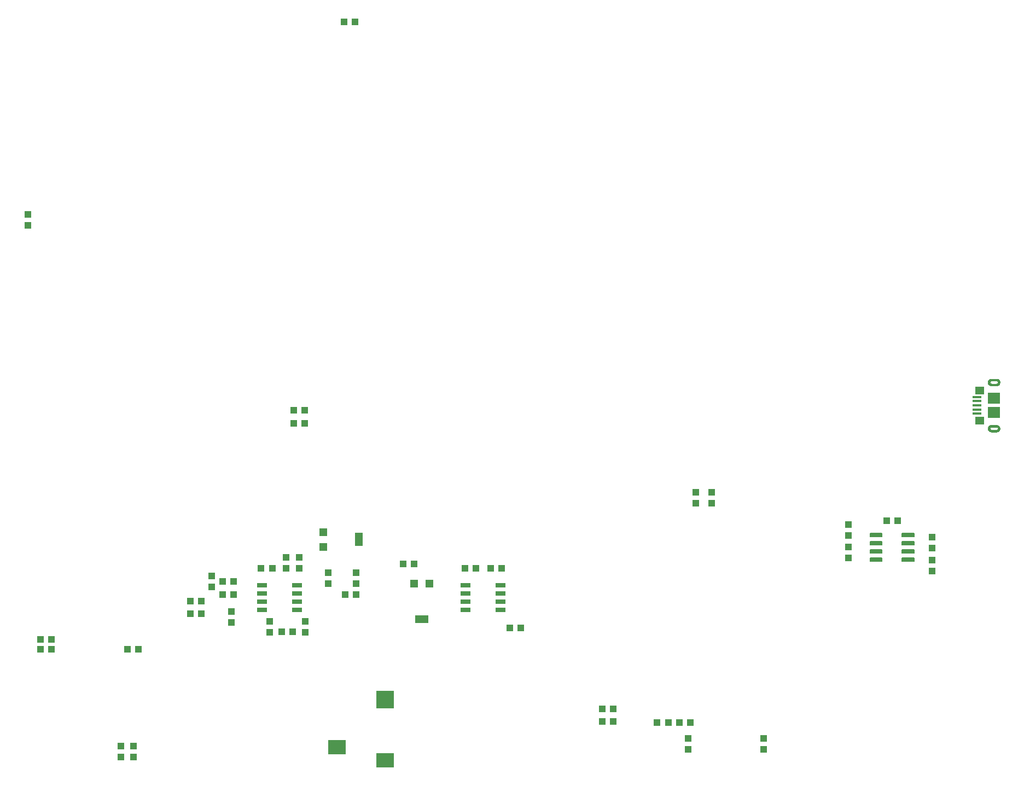
<source format=gtp>
G75*
%MOIN*%
%OFA0B0*%
%FSLAX24Y24*%
%IPPOS*%
%LPD*%
%AMOC8*
5,1,8,0,0,1.08239X$1,22.5*
%
%ADD10C,0.0000*%
%ADD11C,0.0001*%
%ADD12R,0.0551X0.0157*%
%ADD13R,0.0571X0.0453*%
%ADD14R,0.0748X0.0689*%
%ADD15R,0.1102X0.0866*%
%ADD16R,0.1102X0.1102*%
%ADD17R,0.0602X0.0256*%
%ADD18R,0.0394X0.0433*%
%ADD19R,0.0512X0.0512*%
%ADD20R,0.0512X0.0787*%
%ADD21R,0.0433X0.0394*%
%ADD22R,0.0787X0.0512*%
%ADD23C,0.0058*%
D10*
X086185Y030818D02*
X086218Y030786D01*
X086257Y030761D01*
X086301Y030746D01*
X086347Y030741D01*
X086504Y030741D01*
X086644Y030741D01*
X086686Y030743D01*
X086727Y030754D01*
X086765Y030772D01*
X086799Y030798D01*
X086827Y030829D01*
X086849Y030866D01*
X086863Y030906D01*
X086868Y030948D01*
X086863Y030994D01*
X086848Y031037D01*
X086823Y031076D01*
X086791Y031109D01*
X086751Y031134D01*
X086708Y031149D01*
X086662Y031154D01*
X086504Y031154D01*
X086504Y031036D01*
X086504Y031154D01*
X086366Y031154D01*
X086324Y031152D01*
X086283Y031141D01*
X086244Y031123D01*
X086210Y031097D01*
X086182Y031066D01*
X086160Y031029D01*
X086146Y030989D01*
X086140Y030947D01*
X086145Y030901D01*
X086160Y030857D01*
X086185Y030818D01*
X086185Y030819D02*
X086218Y030786D01*
X086257Y030761D01*
X086301Y030746D01*
X086347Y030740D01*
X086504Y030740D01*
X086642Y030740D01*
X086684Y030743D01*
X086726Y030753D01*
X086764Y030771D01*
X086798Y030797D01*
X086826Y030828D01*
X086848Y030865D01*
X086862Y030905D01*
X086868Y030947D01*
X086863Y030993D01*
X086848Y031037D01*
X086823Y031076D01*
X086791Y031109D01*
X086751Y031133D01*
X086708Y031149D01*
X086662Y031154D01*
X086504Y031154D01*
X086504Y031036D01*
X086662Y031036D01*
X086685Y031033D01*
X086706Y031024D01*
X086724Y031010D01*
X086738Y030992D01*
X086747Y030970D01*
X086750Y030947D01*
X086747Y030924D01*
X086738Y030903D01*
X086724Y030884D01*
X086706Y030870D01*
X086685Y030862D01*
X086662Y030859D01*
X086504Y030859D01*
X086504Y030741D01*
X086504Y030859D01*
X086347Y030859D01*
X086324Y030862D01*
X086302Y030871D01*
X086284Y030885D01*
X086270Y030903D01*
X086261Y030924D01*
X086258Y030947D01*
X086261Y030970D01*
X086270Y030991D01*
X086284Y031010D01*
X086302Y031024D01*
X086324Y031033D01*
X086347Y031036D01*
X086504Y031036D01*
X086504Y031154D01*
X086364Y031154D01*
X086322Y031152D01*
X086281Y031141D01*
X086243Y031123D01*
X086209Y031097D01*
X086181Y031066D01*
X086160Y031029D01*
X086146Y030989D01*
X086140Y030948D01*
X086145Y030902D01*
X086160Y030858D01*
X086185Y030819D01*
X086284Y030884D02*
X086270Y030903D01*
X086261Y030925D01*
X086258Y030948D01*
X086261Y030970D01*
X086270Y030992D01*
X086284Y031010D01*
X086302Y031024D01*
X086324Y031033D01*
X086347Y031036D01*
X086504Y031036D01*
X086662Y031036D01*
X086685Y031033D01*
X086706Y031024D01*
X086724Y031010D01*
X086738Y030991D01*
X086747Y030970D01*
X086750Y030948D01*
X086747Y030925D01*
X086738Y030903D01*
X086724Y030885D01*
X086706Y030871D01*
X086685Y030862D01*
X086662Y030859D01*
X086504Y030859D01*
X086504Y030740D01*
X086504Y030859D01*
X086347Y030859D01*
X086324Y030862D01*
X086302Y030870D01*
X086284Y030884D01*
X086347Y033555D02*
X086301Y033561D01*
X086347Y033556D01*
X086504Y033556D01*
X086644Y033556D01*
X086686Y033558D01*
X086727Y033569D01*
X086765Y033587D01*
X086799Y033613D01*
X086827Y033644D01*
X086849Y033681D01*
X086863Y033721D01*
X086868Y033762D01*
X086863Y033808D01*
X086848Y033852D01*
X086823Y033891D01*
X086791Y033924D01*
X086751Y033949D01*
X086708Y033964D01*
X086662Y033969D01*
X086504Y033969D01*
X086504Y033851D01*
X086662Y033851D01*
X086685Y033848D01*
X086706Y033839D01*
X086724Y033825D01*
X086738Y033807D01*
X086747Y033785D01*
X086750Y033762D01*
X086747Y033739D01*
X086738Y033718D01*
X086724Y033700D01*
X086706Y033686D01*
X086685Y033677D01*
X086662Y033674D01*
X086504Y033674D01*
X086504Y033556D01*
X086504Y033674D01*
X086347Y033674D01*
X086324Y033677D01*
X086302Y033686D01*
X086284Y033700D01*
X086270Y033718D01*
X086261Y033740D01*
X086258Y033762D01*
X086261Y033785D01*
X086270Y033806D01*
X086284Y033825D01*
X086302Y033839D01*
X086324Y033848D01*
X086347Y033851D01*
X086504Y033851D01*
X086504Y033969D01*
X086364Y033969D01*
X086322Y033967D01*
X086281Y033956D01*
X086243Y033938D01*
X086209Y033912D01*
X086181Y033881D01*
X086160Y033844D01*
X086146Y033804D01*
X086140Y033762D01*
X086145Y033716D01*
X086160Y033672D01*
X086185Y033633D01*
X086218Y033600D01*
X086257Y033576D01*
X086301Y033561D01*
X086257Y033576D01*
X086218Y033601D01*
X086185Y033634D01*
X086160Y033673D01*
X086145Y033716D01*
X086140Y033762D01*
X086146Y033804D01*
X086160Y033844D01*
X086182Y033881D01*
X086210Y033912D01*
X086244Y033938D01*
X086283Y033956D01*
X086324Y033967D01*
X086366Y033969D01*
X086504Y033969D01*
X086504Y033851D01*
X086662Y033851D01*
X086685Y033848D01*
X086706Y033839D01*
X086724Y033825D01*
X086738Y033806D01*
X086747Y033785D01*
X086750Y033762D01*
X086747Y033740D01*
X086738Y033718D01*
X086724Y033699D01*
X086706Y033685D01*
X086685Y033677D01*
X086662Y033673D01*
X086504Y033673D01*
X086504Y033555D01*
X086642Y033555D01*
X086684Y033558D01*
X086726Y033568D01*
X086764Y033586D01*
X086798Y033612D01*
X086826Y033643D01*
X086848Y033680D01*
X086862Y033720D01*
X086868Y033762D01*
X086863Y033808D01*
X086848Y033852D01*
X086823Y033891D01*
X086791Y033924D01*
X086751Y033948D01*
X086708Y033964D01*
X086662Y033969D01*
X086504Y033969D01*
X086504Y033851D01*
X086347Y033851D01*
X086324Y033848D01*
X086302Y033839D01*
X086284Y033825D01*
X086270Y033807D01*
X086261Y033785D01*
X086258Y033762D01*
X086261Y033739D01*
X086270Y033718D01*
X086284Y033699D01*
X086302Y033685D01*
X086324Y033677D01*
X086347Y033673D01*
X086504Y033673D01*
X086504Y033555D01*
X086347Y033555D01*
D11*
X086344Y033556D02*
X086504Y033556D01*
X086647Y033556D01*
X086656Y033556D02*
X086504Y033556D01*
X086662Y033556D01*
X086670Y033557D02*
X086504Y033557D01*
X086677Y033557D01*
X086684Y033558D02*
X086504Y033558D01*
X086686Y033558D01*
X086689Y033559D02*
X086504Y033559D01*
X086689Y033559D01*
X086692Y033560D02*
X086504Y033560D01*
X086692Y033560D01*
X086695Y033560D02*
X086504Y033560D01*
X086309Y033560D01*
X086312Y033560D02*
X086504Y033560D01*
X086696Y033560D01*
X086698Y033561D02*
X086504Y033561D01*
X086699Y033561D01*
X086701Y033562D02*
X086504Y033562D01*
X086702Y033562D01*
X086704Y033563D02*
X086504Y033563D01*
X086705Y033563D01*
X086707Y033564D02*
X086504Y033564D01*
X086708Y033564D01*
X086710Y033564D02*
X086504Y033564D01*
X086292Y033564D01*
X086293Y033564D02*
X086504Y033564D01*
X086711Y033564D01*
X086714Y033565D02*
X086504Y033565D01*
X086715Y033565D01*
X086717Y033566D02*
X086504Y033566D01*
X086718Y033566D01*
X086720Y033567D02*
X086504Y033567D01*
X086721Y033567D01*
X086723Y033568D02*
X086504Y033568D01*
X086724Y033568D01*
X086726Y033568D02*
X086504Y033568D01*
X086280Y033568D01*
X086279Y033568D02*
X086504Y033568D01*
X086281Y033568D01*
X086283Y033567D02*
X086504Y033567D01*
X086284Y033567D01*
X086285Y033566D02*
X086504Y033566D01*
X086286Y033566D01*
X086287Y033565D02*
X086504Y033565D01*
X086288Y033565D01*
X086290Y033564D02*
X086504Y033564D01*
X086291Y033564D01*
X086294Y033563D02*
X086504Y033563D01*
X086295Y033563D01*
X086296Y033562D02*
X086504Y033562D01*
X086298Y033562D01*
X086299Y033561D02*
X086504Y033561D01*
X086300Y033561D01*
X086302Y033560D02*
X086504Y033560D01*
X086305Y033560D01*
X086316Y033559D02*
X086504Y033559D01*
X086319Y033559D01*
X086323Y033558D02*
X086504Y033558D01*
X086326Y033558D01*
X086330Y033557D02*
X086504Y033557D01*
X086334Y033557D01*
X086337Y033556D02*
X086504Y033556D01*
X086341Y033556D01*
X086278Y033568D02*
X086504Y033568D01*
X086726Y033568D01*
X086728Y033569D02*
X086504Y033569D01*
X086276Y033569D01*
X086277Y033569D02*
X086504Y033569D01*
X086728Y033569D01*
X086730Y033570D02*
X086504Y033570D01*
X086273Y033570D01*
X086272Y033571D02*
X086504Y033571D01*
X086731Y033571D01*
X086732Y033571D02*
X086504Y033571D01*
X086271Y033571D01*
X086270Y033572D02*
X086504Y033572D01*
X086733Y033572D01*
X086504Y033572D01*
X086269Y033572D01*
X086268Y033573D02*
X086504Y033573D01*
X086737Y033573D01*
X086504Y033573D01*
X086264Y033573D01*
X086265Y033573D02*
X086504Y033573D01*
X086735Y033573D01*
X086504Y033573D01*
X086267Y033573D01*
X086263Y033574D02*
X086504Y033574D01*
X086738Y033574D01*
X086504Y033574D01*
X086262Y033574D01*
X086261Y033575D02*
X086504Y033575D01*
X086740Y033575D01*
X086504Y033575D01*
X086260Y033575D01*
X086259Y033576D02*
X086504Y033576D01*
X086742Y033576D01*
X086741Y033576D02*
X086504Y033576D01*
X086257Y033576D01*
X086257Y033577D02*
X086504Y033577D01*
X086745Y033577D01*
X086504Y033577D01*
X086255Y033577D01*
X086504Y033577D01*
X086743Y033577D01*
X086504Y033577D01*
X086256Y033577D01*
X086254Y033578D02*
X086504Y033578D01*
X086747Y033578D01*
X086746Y033578D02*
X086504Y033578D01*
X086253Y033578D01*
X086253Y033579D02*
X086504Y033579D01*
X086748Y033579D01*
X086504Y033579D01*
X086252Y033579D01*
X086251Y033580D02*
X086504Y033580D01*
X086750Y033580D01*
X086504Y033580D01*
X086251Y033580D01*
X086250Y033581D02*
X086504Y033581D01*
X086753Y033581D01*
X086504Y033581D01*
X086248Y033581D01*
X086249Y033581D02*
X086504Y033581D01*
X086752Y033581D01*
X086751Y033581D02*
X086504Y033581D01*
X086250Y033581D01*
X086248Y033582D02*
X086504Y033582D01*
X086755Y033582D01*
X086504Y033582D01*
X086247Y033582D01*
X086246Y033583D02*
X086504Y033583D01*
X086757Y033583D01*
X086756Y033583D02*
X086504Y033583D01*
X086246Y033583D01*
X086245Y033584D02*
X086504Y033584D01*
X086758Y033584D01*
X086504Y033584D01*
X086244Y033584D01*
X086244Y033585D02*
X086504Y033585D01*
X086762Y033585D01*
X086761Y033585D02*
X086504Y033585D01*
X086242Y033585D01*
X086243Y033585D02*
X086504Y033585D01*
X086760Y033585D01*
X086504Y033585D01*
X086243Y033585D01*
X086241Y033586D02*
X086504Y033586D01*
X086763Y033586D01*
X086504Y033586D01*
X086241Y033586D01*
X086240Y033587D02*
X086504Y033587D01*
X086765Y033587D01*
X086504Y033587D01*
X086239Y033587D01*
X086239Y033588D02*
X086504Y033588D01*
X086766Y033588D01*
X086504Y033588D01*
X086238Y033588D01*
X086237Y033589D02*
X086504Y033589D01*
X086768Y033589D01*
X086504Y033589D01*
X086235Y033589D01*
X086236Y033589D02*
X086504Y033589D01*
X086767Y033589D01*
X086504Y033589D01*
X086237Y033589D01*
X086235Y033590D02*
X086504Y033590D01*
X086769Y033590D01*
X086504Y033590D01*
X086234Y033590D01*
X086234Y033591D02*
X086504Y033591D01*
X086770Y033591D01*
X086504Y033591D01*
X086233Y033591D01*
X086232Y033592D02*
X086504Y033592D01*
X086771Y033592D01*
X086504Y033592D01*
X086232Y033592D01*
X086231Y033593D02*
X086504Y033593D01*
X086772Y033593D01*
X086504Y033593D01*
X086230Y033593D01*
X086504Y033593D01*
X086773Y033593D01*
X086504Y033593D01*
X086229Y033593D01*
X086228Y033594D02*
X086504Y033594D01*
X086774Y033594D01*
X086775Y033594D02*
X086504Y033594D01*
X086228Y033594D01*
X086227Y033595D02*
X086504Y033595D01*
X086775Y033595D01*
X086776Y033595D02*
X086504Y033595D01*
X086227Y033595D01*
X086226Y033596D02*
X086504Y033596D01*
X086777Y033596D01*
X086504Y033596D01*
X086225Y033596D01*
X086225Y033597D02*
X086504Y033597D01*
X086778Y033597D01*
X086504Y033597D01*
X086224Y033597D01*
X086223Y033597D02*
X086504Y033597D01*
X086779Y033597D01*
X086504Y033597D01*
X086223Y033597D01*
X086222Y033598D02*
X086504Y033598D01*
X086780Y033598D01*
X086504Y033598D01*
X086221Y033598D01*
X086221Y033599D02*
X086504Y033599D01*
X086781Y033599D01*
X086504Y033599D01*
X086220Y033599D01*
X086219Y033600D02*
X086504Y033600D01*
X086782Y033600D01*
X086504Y033600D01*
X086219Y033600D01*
X086218Y033601D02*
X086504Y033601D01*
X086783Y033601D01*
X086504Y033601D01*
X086218Y033601D01*
X086217Y033601D02*
X086504Y033601D01*
X086784Y033601D01*
X086504Y033601D01*
X086217Y033601D01*
X086216Y033602D02*
X086504Y033602D01*
X086785Y033602D01*
X086504Y033602D01*
X086216Y033602D01*
X086216Y033603D02*
X086504Y033603D01*
X086786Y033603D01*
X086504Y033603D01*
X086215Y033603D01*
X086215Y033604D02*
X086504Y033604D01*
X086787Y033604D01*
X086504Y033604D01*
X086214Y033604D01*
X086214Y033605D02*
X086504Y033605D01*
X086788Y033605D01*
X086504Y033605D01*
X086214Y033605D01*
X086213Y033605D02*
X086504Y033605D01*
X086789Y033605D01*
X086504Y033605D01*
X086213Y033605D01*
X086212Y033606D02*
X086504Y033606D01*
X086791Y033606D01*
X086504Y033606D01*
X086212Y033606D01*
X086212Y033607D02*
X086504Y033607D01*
X086792Y033607D01*
X086504Y033607D01*
X086211Y033607D01*
X086211Y033608D02*
X086504Y033608D01*
X086793Y033608D01*
X086504Y033608D01*
X086210Y033608D01*
X086210Y033609D02*
X086504Y033609D01*
X086794Y033609D01*
X086504Y033609D01*
X086210Y033609D01*
X086209Y033609D02*
X086504Y033609D01*
X086795Y033609D01*
X086504Y033609D01*
X086209Y033609D01*
X086208Y033610D02*
X086504Y033610D01*
X086796Y033610D01*
X086504Y033610D01*
X086208Y033610D01*
X086208Y033611D02*
X086504Y033611D01*
X086797Y033611D01*
X086504Y033611D01*
X086207Y033611D01*
X086207Y033612D02*
X086504Y033612D01*
X086798Y033612D01*
X086504Y033612D01*
X086206Y033612D01*
X086206Y033613D02*
X086504Y033613D01*
X086799Y033613D01*
X086504Y033613D01*
X086206Y033613D01*
X086205Y033613D02*
X086504Y033613D01*
X086799Y033613D01*
X086800Y033613D02*
X086504Y033613D01*
X086205Y033613D01*
X086204Y033614D02*
X086504Y033614D01*
X086800Y033614D01*
X086504Y033614D01*
X086204Y033614D01*
X086204Y033615D02*
X086504Y033615D01*
X086801Y033615D01*
X086504Y033615D01*
X086203Y033615D01*
X086203Y033616D02*
X086504Y033616D01*
X086802Y033616D01*
X086504Y033616D01*
X086202Y033616D01*
X086202Y033617D02*
X086504Y033617D01*
X086802Y033617D01*
X086803Y033617D02*
X086504Y033617D01*
X086202Y033617D01*
X086201Y033618D02*
X086504Y033618D01*
X086804Y033618D01*
X086504Y033618D01*
X086200Y033618D01*
X086504Y033618D01*
X086803Y033618D01*
X086504Y033618D01*
X086201Y033618D01*
X086200Y033619D02*
X086504Y033619D01*
X086805Y033619D01*
X086504Y033619D01*
X086199Y033619D01*
X086199Y033620D02*
X086504Y033620D01*
X086805Y033620D01*
X086504Y033620D01*
X086198Y033620D01*
X086198Y033621D02*
X086504Y033621D01*
X086806Y033621D01*
X086504Y033621D01*
X086198Y033621D01*
X086197Y033622D02*
X086504Y033622D01*
X086807Y033622D01*
X086504Y033622D01*
X086196Y033622D01*
X086504Y033622D01*
X086808Y033622D01*
X086808Y033623D02*
X086504Y033623D01*
X086195Y033623D01*
X086196Y033623D02*
X086504Y033623D01*
X086808Y033623D01*
X086809Y033624D02*
X086504Y033624D01*
X086194Y033624D01*
X086194Y033625D02*
X086504Y033625D01*
X086810Y033625D01*
X086504Y033625D01*
X086194Y033625D01*
X086193Y033626D02*
X086504Y033626D01*
X086811Y033626D01*
X086504Y033626D01*
X086192Y033626D01*
X086504Y033626D01*
X086810Y033626D01*
X086504Y033626D01*
X086193Y033626D01*
X086192Y033627D02*
X086504Y033627D01*
X086812Y033627D01*
X086504Y033627D01*
X086191Y033627D01*
X086191Y033628D02*
X086504Y033628D01*
X086812Y033628D01*
X086813Y033628D02*
X086504Y033628D01*
X086190Y033628D01*
X086190Y033629D02*
X086504Y033629D01*
X086813Y033629D01*
X086504Y033629D01*
X086190Y033629D01*
X086189Y033630D02*
X086504Y033630D01*
X086815Y033630D01*
X086504Y033630D01*
X086188Y033630D01*
X086504Y033630D01*
X086814Y033630D01*
X086504Y033630D01*
X086189Y033630D01*
X086188Y033631D02*
X086504Y033631D01*
X086815Y033631D01*
X086504Y033631D01*
X086187Y033631D01*
X086187Y033632D02*
X086504Y033632D01*
X086816Y033632D01*
X086504Y033632D01*
X086186Y033632D01*
X086186Y033633D02*
X086504Y033633D01*
X086817Y033633D01*
X086504Y033633D01*
X086186Y033633D01*
X086185Y033634D02*
X086504Y033634D01*
X086818Y033634D01*
X086504Y033634D01*
X086184Y033634D01*
X086185Y033634D02*
X086504Y033634D01*
X086818Y033634D01*
X086504Y033634D01*
X086185Y033634D01*
X086184Y033635D02*
X086504Y033635D01*
X086819Y033635D01*
X086504Y033635D01*
X086184Y033635D01*
X086184Y033636D02*
X086504Y033636D01*
X086820Y033636D01*
X086504Y033636D01*
X086183Y033636D01*
X086183Y033637D02*
X086504Y033637D01*
X086820Y033637D01*
X086821Y033637D02*
X086504Y033637D01*
X086183Y033637D01*
X086183Y033638D02*
X086504Y033638D01*
X086822Y033638D01*
X086504Y033638D01*
X086182Y033638D01*
X086504Y033638D01*
X086821Y033638D01*
X086504Y033638D01*
X086182Y033638D01*
X086182Y033639D02*
X086504Y033639D01*
X086823Y033639D01*
X086504Y033639D01*
X086181Y033639D01*
X086181Y033640D02*
X086504Y033640D01*
X086823Y033640D01*
X086504Y033640D01*
X086181Y033640D01*
X086181Y033641D02*
X086504Y033641D01*
X086824Y033641D01*
X086504Y033641D01*
X086180Y033641D01*
X086180Y033642D02*
X086504Y033642D01*
X086825Y033642D01*
X086504Y033642D01*
X086180Y033642D01*
X086504Y033642D01*
X086825Y033642D01*
X086826Y033642D02*
X086504Y033642D01*
X086179Y033642D01*
X086179Y033643D02*
X086504Y033643D01*
X086826Y033643D01*
X086504Y033643D01*
X086179Y033643D01*
X086179Y033644D02*
X086504Y033644D01*
X086827Y033644D01*
X086504Y033644D01*
X086178Y033644D01*
X086178Y033645D02*
X086504Y033645D01*
X086827Y033645D01*
X086504Y033645D01*
X086178Y033645D01*
X086178Y033646D02*
X086504Y033646D01*
X086828Y033646D01*
X086504Y033646D01*
X086177Y033646D01*
X086504Y033646D01*
X086828Y033646D01*
X086504Y033646D01*
X086177Y033646D01*
X086177Y033647D02*
X086504Y033647D01*
X086829Y033647D01*
X086504Y033647D01*
X086176Y033647D01*
X086176Y033648D02*
X086504Y033648D01*
X086829Y033648D01*
X086504Y033648D01*
X086176Y033648D01*
X086176Y033649D02*
X086504Y033649D01*
X086830Y033649D01*
X086504Y033649D01*
X086175Y033649D01*
X086175Y033650D02*
X086504Y033650D01*
X086830Y033650D01*
X086504Y033650D01*
X086175Y033650D01*
X086504Y033650D01*
X086831Y033650D01*
X086504Y033650D01*
X086174Y033650D01*
X086174Y033651D02*
X086504Y033651D01*
X086831Y033651D01*
X086504Y033651D01*
X086174Y033651D01*
X086174Y033652D02*
X086504Y033652D01*
X086832Y033652D01*
X086504Y033652D01*
X086173Y033652D01*
X086173Y033653D02*
X086504Y033653D01*
X086832Y033653D01*
X086504Y033653D01*
X086173Y033653D01*
X086173Y033654D02*
X086504Y033654D01*
X086832Y033654D01*
X086833Y033654D02*
X086504Y033654D01*
X086172Y033654D01*
X086504Y033654D01*
X086833Y033654D01*
X086504Y033654D01*
X086172Y033654D01*
X086172Y033655D02*
X086504Y033655D01*
X086833Y033655D01*
X086834Y033655D02*
X086504Y033655D01*
X086171Y033655D01*
X086171Y033656D02*
X086504Y033656D01*
X086834Y033656D01*
X086504Y033656D01*
X086171Y033656D01*
X086170Y033657D02*
X086504Y033657D01*
X086834Y033657D01*
X086835Y033657D02*
X086504Y033657D01*
X086170Y033657D01*
X086170Y033658D02*
X086504Y033658D01*
X086835Y033658D01*
X086504Y033658D01*
X086170Y033658D01*
X086169Y033658D02*
X086504Y033658D01*
X086835Y033658D01*
X086836Y033658D02*
X086504Y033658D01*
X086169Y033658D01*
X086169Y033659D02*
X086504Y033659D01*
X086836Y033659D01*
X086504Y033659D01*
X086169Y033659D01*
X086168Y033660D02*
X086504Y033660D01*
X086836Y033660D01*
X086504Y033660D01*
X086168Y033660D01*
X086168Y033661D02*
X086504Y033661D01*
X086837Y033661D01*
X086504Y033661D01*
X086168Y033661D01*
X086167Y033662D02*
X086504Y033662D01*
X086837Y033662D01*
X086504Y033662D01*
X086167Y033662D01*
X086504Y033662D01*
X086838Y033662D01*
X086504Y033662D01*
X086167Y033662D01*
X086166Y033663D02*
X086504Y033663D01*
X086838Y033663D01*
X086504Y033663D01*
X086166Y033663D01*
X086166Y033664D02*
X086504Y033664D01*
X086839Y033664D01*
X086504Y033664D01*
X086166Y033664D01*
X086165Y033665D02*
X086504Y033665D01*
X086839Y033665D01*
X086504Y033665D01*
X086165Y033665D01*
X086165Y033666D02*
X086504Y033666D01*
X086840Y033666D01*
X086504Y033666D01*
X086165Y033666D01*
X086164Y033667D02*
X086504Y033667D01*
X086841Y033667D01*
X086504Y033667D01*
X086164Y033667D01*
X086504Y033667D01*
X086840Y033667D01*
X086504Y033667D01*
X086164Y033667D01*
X086163Y033668D02*
X086504Y033668D01*
X086841Y033668D01*
X086504Y033668D01*
X086163Y033668D01*
X086163Y033669D02*
X086504Y033669D01*
X086842Y033669D01*
X086504Y033669D01*
X086163Y033669D01*
X086162Y033670D02*
X086504Y033670D01*
X086842Y033670D01*
X086504Y033670D01*
X086162Y033670D01*
X086162Y033671D02*
X086504Y033671D01*
X086843Y033671D01*
X086504Y033671D01*
X086161Y033671D01*
X086504Y033671D01*
X086843Y033671D01*
X086504Y033671D01*
X086162Y033671D01*
X086161Y033672D02*
X086504Y033672D01*
X086843Y033672D01*
X086844Y033672D02*
X086504Y033672D01*
X086161Y033672D01*
X086160Y033673D02*
X086504Y033673D01*
X086844Y033673D01*
X086504Y033673D01*
X086160Y033673D01*
X086160Y033674D02*
X086345Y033674D01*
X086342Y033675D02*
X086160Y033675D01*
X086339Y033675D01*
X086336Y033675D02*
X086160Y033675D01*
X086159Y033675D02*
X086333Y033675D01*
X086329Y033676D02*
X086159Y033676D01*
X086326Y033676D01*
X086324Y033677D02*
X086159Y033677D01*
X086323Y033677D01*
X086322Y033678D02*
X086159Y033678D01*
X086321Y033678D01*
X086320Y033679D02*
X086158Y033679D01*
X086317Y033679D01*
X086318Y033679D02*
X086158Y033679D01*
X086319Y033679D01*
X086316Y033680D02*
X086158Y033680D01*
X086315Y033680D01*
X086314Y033681D02*
X086158Y033681D01*
X086157Y033681D02*
X086313Y033681D01*
X086312Y033682D02*
X086157Y033682D01*
X086311Y033682D01*
X086310Y033683D02*
X086157Y033683D01*
X086309Y033683D01*
X086308Y033683D02*
X086157Y033683D01*
X086307Y033683D01*
X086306Y033684D02*
X086157Y033684D01*
X086156Y033684D02*
X086305Y033684D01*
X086304Y033685D02*
X086156Y033685D01*
X086303Y033685D01*
X086302Y033686D02*
X086156Y033686D01*
X086302Y033686D01*
X086301Y033687D02*
X086156Y033687D01*
X086301Y033687D01*
X086300Y033687D02*
X086155Y033687D01*
X086300Y033687D01*
X086299Y033688D02*
X086155Y033688D01*
X086299Y033688D01*
X086298Y033689D02*
X086155Y033689D01*
X086298Y033689D01*
X086297Y033690D02*
X086155Y033690D01*
X086154Y033690D02*
X086297Y033690D01*
X086296Y033691D02*
X086154Y033691D01*
X086296Y033691D01*
X086295Y033691D02*
X086154Y033691D01*
X086295Y033691D01*
X086294Y033692D02*
X086154Y033692D01*
X086293Y033692D01*
X086293Y033693D02*
X086153Y033693D01*
X086292Y033693D01*
X086292Y033694D02*
X086153Y033694D01*
X086291Y033694D01*
X086291Y033695D02*
X086153Y033695D01*
X086290Y033695D01*
X086153Y033695D01*
X086152Y033695D02*
X086289Y033695D01*
X086289Y033696D02*
X086152Y033696D01*
X086288Y033696D01*
X086288Y033697D02*
X086152Y033697D01*
X086287Y033697D01*
X086287Y033698D02*
X086152Y033698D01*
X086286Y033698D01*
X086286Y033699D02*
X086151Y033699D01*
X086284Y033699D01*
X086285Y033699D02*
X086151Y033699D01*
X086285Y033699D01*
X086284Y033700D02*
X086151Y033700D01*
X086283Y033700D01*
X086283Y033701D02*
X086151Y033701D01*
X086150Y033701D02*
X086283Y033701D01*
X086283Y033702D02*
X086150Y033702D01*
X086282Y033702D01*
X086282Y033703D02*
X086150Y033703D01*
X086282Y033703D01*
X086281Y033703D02*
X086150Y033703D01*
X086281Y033703D01*
X086281Y033704D02*
X086149Y033704D01*
X086280Y033704D01*
X086280Y033705D02*
X086149Y033705D01*
X086280Y033705D01*
X086279Y033706D02*
X086149Y033706D01*
X086279Y033706D01*
X086279Y033707D02*
X086149Y033707D01*
X086148Y033707D02*
X086279Y033707D01*
X086278Y033707D02*
X086148Y033707D01*
X086278Y033707D01*
X086278Y033708D02*
X086148Y033708D01*
X086277Y033708D01*
X086277Y033709D02*
X086148Y033709D01*
X086277Y033709D01*
X086276Y033710D02*
X086148Y033710D01*
X086147Y033710D02*
X086276Y033710D01*
X086276Y033711D02*
X086147Y033711D01*
X086275Y033711D01*
X086275Y033712D02*
X086147Y033712D01*
X086275Y033712D01*
X086147Y033712D01*
X086274Y033712D01*
X086274Y033713D02*
X086146Y033713D01*
X086274Y033713D01*
X086273Y033714D02*
X086146Y033714D01*
X086273Y033714D01*
X086273Y033715D02*
X086146Y033715D01*
X086272Y033715D01*
X086272Y033716D02*
X086146Y033716D01*
X086145Y033716D02*
X086272Y033716D01*
X086271Y033716D02*
X086145Y033716D01*
X086271Y033716D01*
X086271Y033717D02*
X086145Y033717D01*
X086271Y033717D01*
X086270Y033718D02*
X086145Y033718D01*
X086270Y033718D01*
X086270Y033719D02*
X086145Y033719D01*
X086270Y033719D01*
X086269Y033720D02*
X086145Y033720D01*
X086269Y033720D01*
X086145Y033720D01*
X086269Y033720D01*
X086269Y033721D02*
X086145Y033721D01*
X086269Y033721D01*
X086268Y033722D02*
X086145Y033722D01*
X086268Y033722D01*
X086268Y033723D02*
X086144Y033723D01*
X086145Y033723D02*
X086268Y033723D01*
X086268Y033724D02*
X086144Y033724D01*
X086267Y033724D01*
X086144Y033724D01*
X086268Y033724D01*
X086267Y033725D02*
X086144Y033725D01*
X086267Y033725D01*
X086267Y033726D02*
X086144Y033726D01*
X086267Y033726D01*
X086266Y033727D02*
X086144Y033727D01*
X086266Y033727D01*
X086266Y033728D02*
X086144Y033728D01*
X086266Y033728D01*
X086144Y033728D01*
X086266Y033728D01*
X086265Y033729D02*
X086144Y033729D01*
X086265Y033729D01*
X086265Y033730D02*
X086144Y033730D01*
X086265Y033730D01*
X086265Y033731D02*
X086144Y033731D01*
X086265Y033731D01*
X086264Y033732D02*
X086144Y033732D01*
X086143Y033732D02*
X086264Y033732D01*
X086143Y033732D01*
X086264Y033732D01*
X086264Y033733D02*
X086143Y033733D01*
X086264Y033733D01*
X086263Y033734D02*
X086143Y033734D01*
X086263Y033734D01*
X086263Y033735D02*
X086143Y033735D01*
X086263Y033735D01*
X086263Y033736D02*
X086143Y033736D01*
X086263Y033736D01*
X086262Y033736D02*
X086143Y033736D01*
X086262Y033736D01*
X086262Y033737D02*
X086143Y033737D01*
X086262Y033737D01*
X086262Y033738D02*
X086143Y033738D01*
X086262Y033738D01*
X086261Y033739D02*
X086143Y033739D01*
X086261Y033739D01*
X086261Y033740D02*
X086143Y033740D01*
X086261Y033740D01*
X086142Y033740D01*
X086143Y033740D02*
X086261Y033740D01*
X086261Y033741D02*
X086142Y033741D01*
X086261Y033741D01*
X086261Y033742D02*
X086142Y033742D01*
X086261Y033742D01*
X086261Y033743D02*
X086142Y033743D01*
X086261Y033743D01*
X086261Y033744D02*
X086142Y033744D01*
X086261Y033744D01*
X086142Y033744D01*
X086260Y033744D01*
X086260Y033745D02*
X086142Y033745D01*
X086260Y033745D01*
X086260Y033746D02*
X086142Y033746D01*
X086260Y033746D01*
X086260Y033747D02*
X086142Y033747D01*
X086260Y033747D01*
X086260Y033748D02*
X086142Y033748D01*
X086260Y033748D01*
X086142Y033748D01*
X086260Y033748D01*
X086260Y033749D02*
X086142Y033749D01*
X086141Y033749D02*
X086260Y033749D01*
X086260Y033750D02*
X086141Y033750D01*
X086260Y033750D01*
X086260Y033751D02*
X086141Y033751D01*
X086260Y033751D01*
X086260Y033752D02*
X086141Y033752D01*
X086260Y033752D01*
X086259Y033752D02*
X086141Y033752D01*
X086259Y033752D01*
X086259Y033753D02*
X086141Y033753D01*
X086259Y033753D01*
X086259Y033754D02*
X086141Y033754D01*
X086259Y033754D01*
X086259Y033755D02*
X086141Y033755D01*
X086259Y033755D01*
X086259Y033756D02*
X086141Y033756D01*
X086259Y033756D01*
X086141Y033756D01*
X086259Y033756D01*
X086259Y033757D02*
X086141Y033757D01*
X086259Y033757D01*
X086259Y033758D02*
X086141Y033758D01*
X086140Y033758D02*
X086259Y033758D01*
X086259Y033759D02*
X086140Y033759D01*
X086259Y033759D01*
X086259Y033760D02*
X086140Y033760D01*
X086258Y033760D01*
X086258Y033761D02*
X086140Y033761D01*
X086258Y033761D01*
X086140Y033761D01*
X086258Y033761D01*
X086258Y033762D02*
X086140Y033762D01*
X086258Y033762D01*
X086258Y033763D02*
X086140Y033763D01*
X086258Y033763D01*
X086258Y033764D02*
X086140Y033764D01*
X086258Y033764D01*
X086258Y033765D02*
X086140Y033765D01*
X086259Y033765D01*
X086140Y033765D01*
X086258Y033765D01*
X086259Y033766D02*
X086141Y033766D01*
X086259Y033766D01*
X086259Y033767D02*
X086141Y033767D01*
X086259Y033767D01*
X086259Y033768D02*
X086141Y033768D01*
X086259Y033768D01*
X086259Y033769D02*
X086141Y033769D01*
X086259Y033769D01*
X086141Y033769D01*
X086259Y033769D01*
X086259Y033770D02*
X086141Y033770D01*
X086259Y033770D01*
X086259Y033771D02*
X086141Y033771D01*
X086259Y033771D01*
X086259Y033772D02*
X086141Y033772D01*
X086259Y033772D01*
X086259Y033773D02*
X086141Y033773D01*
X086142Y033773D02*
X086260Y033773D01*
X086142Y033773D01*
X086260Y033773D01*
X086260Y033774D02*
X086142Y033774D01*
X086260Y033774D01*
X086260Y033775D02*
X086142Y033775D01*
X086260Y033775D01*
X086260Y033776D02*
X086142Y033776D01*
X086260Y033776D01*
X086260Y033777D02*
X086142Y033777D01*
X086260Y033777D01*
X086142Y033777D01*
X086260Y033777D01*
X086260Y033778D02*
X086142Y033778D01*
X086260Y033778D01*
X086260Y033779D02*
X086142Y033779D01*
X086260Y033779D01*
X086260Y033780D02*
X086142Y033780D01*
X086143Y033780D02*
X086260Y033780D01*
X086261Y033781D02*
X086143Y033781D01*
X086261Y033781D01*
X086143Y033781D01*
X086261Y033781D01*
X086261Y033782D02*
X086143Y033782D01*
X086261Y033782D01*
X086261Y033783D02*
X086143Y033783D01*
X086261Y033783D01*
X086261Y033784D02*
X086143Y033784D01*
X086261Y033784D01*
X086261Y033785D02*
X086143Y033785D01*
X086261Y033785D01*
X086143Y033785D01*
X086261Y033785D01*
X086261Y033786D02*
X086143Y033786D01*
X086144Y033786D02*
X086262Y033786D01*
X086262Y033787D02*
X086144Y033787D01*
X086143Y033787D02*
X086262Y033787D01*
X086262Y033788D02*
X086144Y033788D01*
X086262Y033788D01*
X086262Y033789D02*
X086144Y033789D01*
X086263Y033789D01*
X086144Y033789D01*
X086263Y033789D01*
X086263Y033790D02*
X086144Y033790D01*
X086263Y033790D01*
X086263Y033791D02*
X086144Y033791D01*
X086264Y033791D01*
X086264Y033792D02*
X086144Y033792D01*
X086264Y033792D01*
X086264Y033793D02*
X086144Y033793D01*
X086264Y033793D01*
X086144Y033793D01*
X086145Y033793D02*
X086265Y033793D01*
X086265Y033794D02*
X086145Y033794D01*
X086144Y033794D02*
X086265Y033794D01*
X086265Y033795D02*
X086145Y033795D01*
X086265Y033795D01*
X086265Y033796D02*
X086145Y033796D01*
X086266Y033796D01*
X086266Y033797D02*
X086145Y033797D01*
X086266Y033797D01*
X086145Y033797D01*
X086266Y033797D01*
X086266Y033798D02*
X086145Y033798D01*
X086267Y033798D01*
X086267Y033799D02*
X086145Y033799D01*
X086267Y033799D01*
X086267Y033800D02*
X086145Y033800D01*
X086267Y033800D01*
X086267Y033801D02*
X086145Y033801D01*
X086146Y033801D02*
X086268Y033801D01*
X086146Y033801D01*
X086145Y033801D02*
X086268Y033801D01*
X086268Y033802D02*
X086146Y033802D01*
X086268Y033802D01*
X086268Y033803D02*
X086146Y033803D01*
X086269Y033803D01*
X086269Y033804D02*
X086146Y033804D01*
X086269Y033804D01*
X086269Y033805D02*
X086146Y033805D01*
X086269Y033805D01*
X086269Y033806D02*
X086146Y033806D01*
X086147Y033806D02*
X086270Y033806D01*
X086147Y033806D01*
X086270Y033806D01*
X086270Y033807D02*
X086147Y033807D01*
X086271Y033807D01*
X086271Y033808D02*
X086147Y033808D01*
X086271Y033808D01*
X086272Y033809D02*
X086147Y033809D01*
X086148Y033809D02*
X086272Y033809D01*
X086272Y033810D02*
X086148Y033810D01*
X086273Y033810D01*
X086148Y033810D01*
X086272Y033810D01*
X086273Y033811D02*
X086148Y033811D01*
X086149Y033811D02*
X086274Y033811D01*
X086274Y033812D02*
X086149Y033812D01*
X086274Y033812D01*
X086275Y033813D02*
X086149Y033813D01*
X086275Y033813D01*
X086275Y033814D02*
X086149Y033814D01*
X086276Y033814D01*
X086150Y033814D01*
X086149Y033814D02*
X086276Y033814D01*
X086276Y033815D02*
X086150Y033815D01*
X086277Y033815D01*
X086277Y033816D02*
X086150Y033816D01*
X086277Y033816D01*
X086278Y033817D02*
X086150Y033817D01*
X086151Y033817D02*
X086278Y033817D01*
X086278Y033818D02*
X086151Y033818D01*
X086279Y033818D01*
X086151Y033818D01*
X086279Y033818D01*
X086280Y033819D02*
X086151Y033819D01*
X086280Y033819D01*
X086280Y033820D02*
X086151Y033820D01*
X086152Y033820D02*
X086280Y033820D01*
X086281Y033821D02*
X086152Y033821D01*
X086281Y033821D01*
X086281Y033822D02*
X086152Y033822D01*
X086282Y033822D01*
X086153Y033822D01*
X086152Y033822D02*
X086282Y033822D01*
X086283Y033823D02*
X086152Y033823D01*
X086153Y033823D02*
X086283Y033823D01*
X086283Y033824D02*
X086153Y033824D01*
X086284Y033824D01*
X086284Y033825D02*
X086153Y033825D01*
X086284Y033825D01*
X086285Y033826D02*
X086153Y033826D01*
X086154Y033826D02*
X086286Y033826D01*
X086154Y033826D01*
X086285Y033826D01*
X086287Y033827D02*
X086154Y033827D01*
X086287Y033827D01*
X086288Y033828D02*
X086154Y033828D01*
X086155Y033828D02*
X086288Y033828D01*
X086289Y033829D02*
X086154Y033829D01*
X086155Y033829D02*
X086289Y033829D01*
X086290Y033830D02*
X086155Y033830D01*
X086291Y033830D01*
X086292Y033830D02*
X086155Y033830D01*
X086290Y033830D01*
X086292Y033831D02*
X086155Y033831D01*
X086156Y033831D02*
X086293Y033831D01*
X086293Y033832D02*
X086156Y033832D01*
X086294Y033832D01*
X086294Y033833D02*
X086156Y033833D01*
X086295Y033833D01*
X086295Y033834D02*
X086156Y033834D01*
X086296Y033834D01*
X086157Y033834D01*
X086297Y033834D01*
X086297Y033835D02*
X086157Y033835D01*
X086298Y033835D01*
X086298Y033836D02*
X086157Y033836D01*
X086299Y033836D01*
X086299Y033837D02*
X086157Y033837D01*
X086158Y033837D02*
X086300Y033837D01*
X086300Y033838D02*
X086158Y033838D01*
X086301Y033838D01*
X086158Y033838D01*
X086302Y033838D01*
X086303Y033839D02*
X086158Y033839D01*
X086159Y033839D02*
X086304Y033839D01*
X086305Y033840D02*
X086158Y033840D01*
X086159Y033840D02*
X086305Y033840D01*
X086306Y033841D02*
X086159Y033841D01*
X086307Y033841D01*
X086308Y033842D02*
X086159Y033842D01*
X086310Y033842D01*
X086309Y033842D02*
X086159Y033842D01*
X086160Y033842D02*
X086311Y033842D01*
X086312Y033843D02*
X086159Y033843D01*
X086160Y033843D02*
X086313Y033843D01*
X086314Y033844D02*
X086160Y033844D01*
X086315Y033844D01*
X086316Y033845D02*
X086160Y033845D01*
X086161Y033845D02*
X086317Y033845D01*
X086318Y033846D02*
X086161Y033846D01*
X086319Y033846D01*
X086320Y033846D02*
X086161Y033846D01*
X086162Y033846D02*
X086321Y033846D01*
X086322Y033847D02*
X086162Y033847D01*
X086323Y033847D01*
X086324Y033848D02*
X086162Y033848D01*
X086163Y033848D02*
X086327Y033848D01*
X086330Y033849D02*
X086163Y033849D01*
X086333Y033849D01*
X086336Y033850D02*
X086163Y033850D01*
X086164Y033850D02*
X086339Y033850D01*
X086342Y033850D02*
X086163Y033850D01*
X086164Y033850D02*
X086345Y033850D01*
X086333Y033967D02*
X086504Y033967D01*
X086678Y033967D01*
X086681Y033967D02*
X086504Y033967D01*
X086326Y033967D01*
X086323Y033966D02*
X086504Y033966D01*
X086685Y033966D01*
X086688Y033966D02*
X086504Y033966D01*
X086320Y033966D01*
X086319Y033965D02*
X086504Y033965D01*
X086692Y033965D01*
X086695Y033965D02*
X086504Y033965D01*
X086317Y033965D01*
X086316Y033965D02*
X086504Y033965D01*
X086699Y033965D01*
X086702Y033965D02*
X086504Y033965D01*
X086314Y033965D01*
X086313Y033964D02*
X086504Y033964D01*
X086706Y033964D01*
X086708Y033964D02*
X086504Y033964D01*
X086311Y033964D01*
X086310Y033963D02*
X086504Y033963D01*
X086709Y033963D01*
X086711Y033963D02*
X086504Y033963D01*
X086308Y033963D01*
X086307Y033962D02*
X086504Y033962D01*
X086712Y033962D01*
X086713Y033962D02*
X086504Y033962D01*
X086305Y033962D01*
X086304Y033961D02*
X086504Y033961D01*
X086714Y033961D01*
X086715Y033961D02*
X086504Y033961D01*
X086301Y033961D01*
X086504Y033961D01*
X086716Y033961D01*
X086717Y033961D02*
X086504Y033961D01*
X086298Y033961D01*
X086297Y033960D02*
X086504Y033960D01*
X086719Y033960D01*
X086720Y033960D02*
X086504Y033960D01*
X086295Y033960D01*
X086294Y033959D02*
X086504Y033959D01*
X086721Y033959D01*
X086722Y033959D02*
X086504Y033959D01*
X086292Y033959D01*
X086291Y033958D02*
X086504Y033958D01*
X086723Y033958D01*
X086724Y033958D02*
X086504Y033958D01*
X086289Y033958D01*
X086288Y033957D02*
X086504Y033957D01*
X086726Y033957D01*
X086727Y033957D02*
X086504Y033957D01*
X086286Y033957D01*
X086285Y033957D02*
X086504Y033957D01*
X086728Y033957D01*
X086729Y033957D02*
X086504Y033957D01*
X086283Y033957D01*
X086282Y033956D02*
X086504Y033956D01*
X086730Y033956D01*
X086731Y033956D02*
X086504Y033956D01*
X086280Y033956D01*
X086280Y033955D02*
X086504Y033955D01*
X086732Y033955D01*
X086734Y033955D02*
X086504Y033955D01*
X086279Y033955D01*
X086279Y033954D02*
X086504Y033954D01*
X086735Y033954D01*
X086736Y033954D02*
X086504Y033954D01*
X086277Y033954D01*
X086277Y033953D02*
X086504Y033953D01*
X086737Y033953D01*
X086738Y033953D02*
X086504Y033953D01*
X086275Y033953D01*
X086504Y033953D01*
X086739Y033953D01*
X086740Y033953D02*
X086504Y033953D01*
X086274Y033953D01*
X086274Y033952D02*
X086504Y033952D01*
X086742Y033952D01*
X086743Y033952D02*
X086504Y033952D01*
X086272Y033952D01*
X086272Y033951D02*
X086504Y033951D01*
X086744Y033951D01*
X086745Y033951D02*
X086504Y033951D01*
X086270Y033951D01*
X086270Y033950D02*
X086504Y033950D01*
X086746Y033950D01*
X086747Y033950D02*
X086504Y033950D01*
X086269Y033950D01*
X086269Y033949D02*
X086504Y033949D01*
X086748Y033949D01*
X086750Y033949D02*
X086504Y033949D01*
X086267Y033949D01*
X086504Y033949D01*
X086751Y033949D01*
X086752Y033949D02*
X086504Y033949D01*
X086265Y033949D01*
X086265Y033948D02*
X086504Y033948D01*
X086752Y033948D01*
X086753Y033948D02*
X086504Y033948D01*
X086264Y033948D01*
X086264Y033947D02*
X086504Y033947D01*
X086754Y033947D01*
X086504Y033947D01*
X086262Y033947D01*
X086262Y033946D02*
X086504Y033946D01*
X086755Y033946D01*
X086504Y033946D01*
X086260Y033946D01*
X086260Y033945D02*
X086504Y033945D01*
X086756Y033945D01*
X086757Y033945D02*
X086504Y033945D01*
X086259Y033945D01*
X086259Y033944D02*
X086504Y033944D01*
X086759Y033944D01*
X086504Y033944D01*
X086257Y033944D01*
X086504Y033944D01*
X086255Y033944D01*
X086255Y033943D02*
X086504Y033943D01*
X086760Y033943D01*
X086761Y033943D02*
X086504Y033943D01*
X086254Y033943D01*
X086254Y033942D02*
X086504Y033942D01*
X086761Y033942D01*
X086762Y033942D02*
X086504Y033942D01*
X086252Y033942D01*
X086252Y033941D02*
X086504Y033941D01*
X086763Y033941D01*
X086504Y033941D01*
X086250Y033941D01*
X086250Y033940D02*
X086504Y033940D01*
X086765Y033940D01*
X086764Y033940D02*
X086504Y033940D01*
X086248Y033940D01*
X086247Y033940D02*
X086504Y033940D01*
X086766Y033940D01*
X086766Y033939D02*
X086504Y033939D01*
X086247Y033939D01*
X086245Y033939D02*
X086504Y033939D01*
X086767Y033939D01*
X086768Y033938D02*
X086504Y033938D01*
X086245Y033938D01*
X086244Y033938D02*
X086504Y033938D01*
X086768Y033938D01*
X086769Y033937D02*
X086504Y033937D01*
X086244Y033937D01*
X086243Y033936D02*
X086504Y033936D01*
X086771Y033936D01*
X086504Y033936D01*
X086242Y033936D01*
X086241Y033936D02*
X086504Y033936D01*
X086772Y033936D01*
X086773Y033935D02*
X086504Y033935D01*
X086241Y033935D01*
X086240Y033936D02*
X086504Y033936D01*
X086770Y033936D01*
X086770Y033937D02*
X086504Y033937D01*
X086243Y033937D01*
X086239Y033935D02*
X086504Y033935D01*
X086773Y033935D01*
X086774Y033934D02*
X086504Y033934D01*
X086239Y033934D01*
X086238Y033934D02*
X086504Y033934D01*
X086775Y033934D01*
X086775Y033933D02*
X086504Y033933D01*
X086238Y033933D01*
X086237Y033933D02*
X086504Y033933D01*
X086776Y033933D01*
X086777Y033932D02*
X086504Y033932D01*
X086778Y033932D01*
X086779Y033932D02*
X086504Y033932D01*
X086236Y033932D01*
X086504Y033932D01*
X086235Y033932D01*
X086235Y033931D02*
X086504Y033931D01*
X086779Y033931D01*
X086780Y033931D02*
X086504Y033931D01*
X086234Y033931D01*
X086234Y033930D02*
X086504Y033930D01*
X086780Y033930D01*
X086781Y033930D02*
X086504Y033930D01*
X086233Y033930D01*
X086233Y033929D02*
X086504Y033929D01*
X086782Y033929D01*
X086504Y033929D01*
X086232Y033929D01*
X086232Y033928D02*
X086504Y033928D01*
X086784Y033928D01*
X086504Y033928D01*
X086231Y033928D01*
X086504Y033928D01*
X086785Y033928D01*
X086786Y033927D02*
X086504Y033927D01*
X086230Y033927D01*
X086230Y033928D02*
X086504Y033928D01*
X086783Y033928D01*
X086786Y033927D02*
X086504Y033927D01*
X086229Y033927D01*
X086229Y033926D02*
X086504Y033926D01*
X086787Y033926D01*
X086504Y033926D01*
X086228Y033926D01*
X086228Y033925D02*
X086504Y033925D01*
X086788Y033925D01*
X086789Y033925D02*
X086504Y033925D01*
X086227Y033925D01*
X086227Y033924D02*
X086504Y033924D01*
X086791Y033924D01*
X086504Y033924D01*
X086226Y033924D01*
X086225Y033924D02*
X086504Y033924D01*
X086224Y033924D01*
X086224Y033923D02*
X086504Y033923D01*
X086791Y033923D01*
X086792Y033923D02*
X086504Y033923D01*
X086223Y033923D01*
X086223Y033922D02*
X086504Y033922D01*
X086792Y033922D01*
X086793Y033922D02*
X086504Y033922D01*
X086222Y033922D01*
X086222Y033921D02*
X086504Y033921D01*
X086793Y033921D01*
X086504Y033921D01*
X086221Y033921D01*
X086221Y033920D02*
X086504Y033920D01*
X086794Y033920D01*
X086504Y033920D01*
X086220Y033920D01*
X086504Y033920D01*
X086795Y033920D01*
X086504Y033920D01*
X086219Y033920D01*
X086219Y033919D02*
X086504Y033919D01*
X086795Y033919D01*
X086796Y033919D02*
X086504Y033919D01*
X086218Y033919D01*
X086218Y033918D02*
X086504Y033918D01*
X086796Y033918D01*
X086797Y033918D02*
X086504Y033918D01*
X086217Y033918D01*
X086217Y033917D02*
X086504Y033917D01*
X086797Y033917D01*
X086504Y033917D01*
X086216Y033917D01*
X086216Y033916D02*
X086504Y033916D01*
X086798Y033916D01*
X086504Y033916D01*
X086215Y033916D01*
X086504Y033916D01*
X086799Y033916D01*
X086504Y033916D01*
X086214Y033916D01*
X086214Y033915D02*
X086504Y033915D01*
X086799Y033915D01*
X086800Y033915D02*
X086504Y033915D01*
X086213Y033915D01*
X086213Y033914D02*
X086504Y033914D01*
X086800Y033914D01*
X086801Y033914D02*
X086504Y033914D01*
X086212Y033914D01*
X086212Y033913D02*
X086504Y033913D01*
X086801Y033913D01*
X086504Y033913D01*
X086211Y033913D01*
X086210Y033912D02*
X086504Y033912D01*
X086802Y033912D01*
X086504Y033912D01*
X086210Y033912D01*
X086504Y033912D01*
X086803Y033912D01*
X086504Y033912D01*
X086209Y033912D01*
X086209Y033911D02*
X086504Y033911D01*
X086803Y033911D01*
X086804Y033911D02*
X086504Y033911D01*
X086208Y033911D01*
X086208Y033910D02*
X086504Y033910D01*
X086804Y033910D01*
X086805Y033910D02*
X086504Y033910D01*
X086207Y033910D01*
X086207Y033909D02*
X086504Y033909D01*
X086805Y033909D01*
X086504Y033909D01*
X086208Y033909D01*
X086207Y033908D02*
X086504Y033908D01*
X086806Y033908D01*
X086504Y033908D01*
X086206Y033908D01*
X086504Y033908D01*
X086807Y033908D01*
X086504Y033908D01*
X086205Y033908D01*
X086205Y033907D02*
X086504Y033907D01*
X086807Y033907D01*
X086808Y033907D02*
X086504Y033907D01*
X086204Y033907D01*
X086204Y033906D02*
X086504Y033906D01*
X086808Y033906D01*
X086809Y033906D02*
X086504Y033906D01*
X086205Y033906D01*
X086204Y033905D02*
X086504Y033905D01*
X086809Y033905D01*
X086504Y033905D01*
X086203Y033905D01*
X086203Y033904D02*
X086504Y033904D01*
X086810Y033904D01*
X086504Y033904D01*
X086202Y033904D01*
X086504Y033904D01*
X086811Y033904D01*
X086504Y033904D01*
X086203Y033904D01*
X086202Y033903D02*
X086504Y033903D01*
X086812Y033903D01*
X086504Y033903D01*
X086201Y033903D01*
X086201Y033902D02*
X086504Y033902D01*
X086812Y033902D01*
X086813Y033902D02*
X086504Y033902D01*
X086200Y033902D01*
X086200Y033901D02*
X086504Y033901D01*
X086813Y033901D01*
X086814Y033901D02*
X086504Y033901D01*
X086199Y033901D01*
X086199Y033900D02*
X086504Y033900D01*
X086814Y033900D01*
X086504Y033900D01*
X086200Y033900D01*
X086199Y033899D02*
X086504Y033899D01*
X086816Y033899D01*
X086504Y033899D01*
X086198Y033899D01*
X086504Y033899D01*
X086197Y033899D01*
X086197Y033898D02*
X086504Y033898D01*
X086816Y033898D01*
X086817Y033898D02*
X086504Y033898D01*
X086197Y033898D01*
X086197Y033897D02*
X086504Y033897D01*
X086817Y033897D01*
X086818Y033897D02*
X086504Y033897D01*
X086196Y033897D01*
X086196Y033896D02*
X086504Y033896D01*
X086818Y033896D01*
X086504Y033896D01*
X086195Y033896D01*
X086195Y033895D02*
X086504Y033895D01*
X086820Y033895D01*
X086504Y033895D01*
X086195Y033895D01*
X086194Y033895D02*
X086504Y033895D01*
X086194Y033895D01*
X086194Y033894D02*
X086504Y033894D01*
X086820Y033894D01*
X086821Y033894D02*
X086504Y033894D01*
X086193Y033894D01*
X086193Y033893D02*
X086504Y033893D01*
X086821Y033893D01*
X086822Y033893D02*
X086504Y033893D01*
X086192Y033893D01*
X086192Y033892D02*
X086504Y033892D01*
X086822Y033892D01*
X086504Y033892D01*
X086192Y033892D01*
X086192Y033891D02*
X086504Y033891D01*
X086823Y033891D01*
X086504Y033891D01*
X086191Y033891D01*
X086504Y033891D01*
X086824Y033891D01*
X086824Y033890D02*
X086504Y033890D01*
X086190Y033890D01*
X086189Y033890D02*
X086504Y033890D01*
X086824Y033890D01*
X086824Y033889D02*
X086504Y033889D01*
X086189Y033889D01*
X086504Y033889D01*
X086825Y033889D01*
X086825Y033888D02*
X086504Y033888D01*
X086189Y033888D01*
X086188Y033888D02*
X086504Y033888D01*
X086825Y033888D01*
X086825Y033887D02*
X086504Y033887D01*
X086826Y033887D01*
X086504Y033887D01*
X086187Y033887D01*
X086504Y033887D01*
X086187Y033887D01*
X086188Y033887D02*
X086504Y033887D01*
X086826Y033887D01*
X086826Y033886D02*
X086504Y033886D01*
X086187Y033886D01*
X086186Y033886D02*
X086504Y033886D01*
X086827Y033886D01*
X086827Y033885D02*
X086504Y033885D01*
X086186Y033885D01*
X086185Y033885D02*
X086504Y033885D01*
X086827Y033885D01*
X086827Y033884D02*
X086504Y033884D01*
X086185Y033884D01*
X086184Y033884D02*
X086504Y033884D01*
X086828Y033884D01*
X086828Y033883D02*
X086504Y033883D01*
X086829Y033883D01*
X086504Y033883D01*
X086184Y033883D01*
X086504Y033883D01*
X086183Y033883D01*
X086183Y033882D02*
X086504Y033882D01*
X086829Y033882D01*
X086504Y033882D01*
X086182Y033882D01*
X086182Y033881D02*
X086504Y033881D01*
X086830Y033881D01*
X086504Y033881D01*
X086182Y033881D01*
X086182Y033880D02*
X086504Y033880D01*
X086830Y033880D01*
X086504Y033880D01*
X086181Y033880D01*
X086181Y033879D02*
X086504Y033879D01*
X086831Y033879D01*
X086504Y033879D01*
X086181Y033879D01*
X086504Y033879D01*
X086831Y033879D01*
X086504Y033879D01*
X086180Y033879D01*
X086180Y033878D02*
X086504Y033878D01*
X086832Y033878D01*
X086504Y033878D01*
X086180Y033878D01*
X086180Y033877D02*
X086504Y033877D01*
X086832Y033877D01*
X086504Y033877D01*
X086179Y033877D01*
X086179Y033876D02*
X086504Y033876D01*
X086833Y033876D01*
X086504Y033876D01*
X086179Y033876D01*
X086179Y033875D02*
X086504Y033875D01*
X086833Y033875D01*
X086504Y033875D01*
X086178Y033875D01*
X086504Y033875D01*
X086834Y033875D01*
X086504Y033875D01*
X086178Y033875D01*
X086178Y033874D02*
X086504Y033874D01*
X086834Y033874D01*
X086504Y033874D01*
X086177Y033874D01*
X086177Y033873D02*
X086504Y033873D01*
X086835Y033873D01*
X086504Y033873D01*
X086177Y033873D01*
X086177Y033872D02*
X086504Y033872D01*
X086835Y033872D01*
X086504Y033872D01*
X086176Y033872D01*
X086176Y033871D02*
X086504Y033871D01*
X086836Y033871D01*
X086504Y033871D01*
X086176Y033871D01*
X086504Y033871D01*
X086836Y033871D01*
X086504Y033871D01*
X086175Y033871D01*
X086175Y033870D02*
X086504Y033870D01*
X086837Y033870D01*
X086504Y033870D01*
X086175Y033870D01*
X086175Y033869D02*
X086504Y033869D01*
X086837Y033869D01*
X086504Y033869D01*
X086174Y033869D01*
X086174Y033868D02*
X086504Y033868D01*
X086838Y033868D01*
X086504Y033868D01*
X086175Y033868D01*
X086174Y033867D02*
X086504Y033867D01*
X086838Y033867D01*
X086504Y033867D01*
X086173Y033867D01*
X086504Y033867D01*
X086839Y033867D01*
X086504Y033867D01*
X086174Y033867D01*
X086173Y033866D02*
X086504Y033866D01*
X086839Y033866D01*
X086504Y033866D01*
X086172Y033866D01*
X086172Y033865D02*
X086504Y033865D01*
X086840Y033865D01*
X086504Y033865D01*
X086173Y033865D01*
X086172Y033864D02*
X086504Y033864D01*
X086840Y033864D01*
X086504Y033864D01*
X086172Y033864D01*
X086172Y033863D02*
X086504Y033863D01*
X086841Y033863D01*
X086504Y033863D01*
X086171Y033863D01*
X086504Y033863D01*
X086841Y033863D01*
X086504Y033863D01*
X086171Y033863D01*
X086171Y033862D02*
X086504Y033862D01*
X086842Y033862D01*
X086504Y033862D01*
X086170Y033862D01*
X086170Y033861D02*
X086504Y033861D01*
X086842Y033861D01*
X086504Y033861D01*
X086170Y033861D01*
X086170Y033860D02*
X086504Y033860D01*
X086843Y033860D01*
X086504Y033860D01*
X086169Y033860D01*
X086169Y033859D02*
X086504Y033859D01*
X086843Y033859D01*
X086504Y033859D01*
X086169Y033859D01*
X086504Y033859D01*
X086844Y033859D01*
X086504Y033859D01*
X086168Y033859D01*
X086168Y033858D02*
X086504Y033858D01*
X086844Y033858D01*
X086504Y033858D01*
X086168Y033858D01*
X086168Y033857D02*
X086504Y033857D01*
X086845Y033857D01*
X086504Y033857D01*
X086167Y033857D01*
X086167Y033856D02*
X086504Y033856D01*
X086845Y033856D01*
X086504Y033856D01*
X086167Y033856D01*
X086167Y033855D02*
X086504Y033855D01*
X086846Y033855D01*
X086504Y033855D01*
X086166Y033855D01*
X086504Y033855D01*
X086846Y033855D01*
X086504Y033855D01*
X086166Y033855D01*
X086166Y033854D02*
X086504Y033854D01*
X086847Y033854D01*
X086504Y033854D01*
X086165Y033854D01*
X086165Y033853D02*
X086504Y033853D01*
X086847Y033853D01*
X086504Y033853D01*
X086165Y033853D01*
X086165Y033852D02*
X086504Y033852D01*
X086848Y033852D01*
X086504Y033852D01*
X086164Y033852D01*
X086164Y033851D02*
X086504Y033851D01*
X086848Y033851D01*
X086504Y033851D01*
X086165Y033851D01*
X086184Y033883D02*
X086504Y033883D01*
X086828Y033883D01*
X086823Y033891D02*
X086504Y033891D01*
X086190Y033891D01*
X086237Y033932D02*
X086504Y033932D01*
X086777Y033932D01*
X086789Y033924D02*
X086504Y033924D01*
X086790Y033924D01*
X086764Y033940D02*
X086504Y033940D01*
X086249Y033940D01*
X086340Y033968D02*
X086504Y033968D01*
X086670Y033968D01*
X086667Y033969D02*
X086504Y033969D01*
X086663Y033969D01*
X086674Y033968D02*
X086504Y033968D01*
X086348Y033968D01*
X086354Y033969D02*
X086504Y033969D01*
X086363Y033969D01*
X086504Y033944D02*
X086757Y033944D01*
X086758Y033944D02*
X086504Y033944D01*
X086504Y033899D02*
X086815Y033899D01*
X086504Y033899D01*
X086504Y033895D02*
X086819Y033895D01*
X086504Y033895D01*
X086663Y033850D02*
X086848Y033850D01*
X086666Y033850D01*
X086669Y033850D02*
X086849Y033850D01*
X086672Y033850D01*
X086675Y033849D02*
X086849Y033849D01*
X086678Y033849D01*
X086681Y033848D02*
X086849Y033848D01*
X086684Y033848D01*
X086685Y033847D02*
X086849Y033847D01*
X086850Y033847D02*
X086686Y033847D01*
X086687Y033846D02*
X086850Y033846D01*
X086689Y033846D01*
X086688Y033846D02*
X086850Y033846D01*
X086690Y033846D01*
X086691Y033845D02*
X086850Y033845D01*
X086692Y033845D01*
X086693Y033844D02*
X086851Y033844D01*
X086694Y033844D01*
X086695Y033843D02*
X086851Y033843D01*
X086696Y033843D01*
X086697Y033842D02*
X086851Y033842D01*
X086698Y033842D01*
X086699Y033842D02*
X086851Y033842D01*
X086852Y033842D02*
X086700Y033842D01*
X086701Y033841D02*
X086852Y033841D01*
X086702Y033841D01*
X086703Y033840D02*
X086852Y033840D01*
X086704Y033840D01*
X086705Y033839D02*
X086852Y033839D01*
X086706Y033839D01*
X086706Y033838D02*
X086853Y033838D01*
X086708Y033838D01*
X086707Y033838D02*
X086853Y033838D01*
X086707Y033838D01*
X086709Y033837D02*
X086853Y033837D01*
X086709Y033837D01*
X086710Y033836D02*
X086853Y033836D01*
X086854Y033836D02*
X086710Y033836D01*
X086711Y033835D02*
X086854Y033835D01*
X086711Y033835D01*
X086712Y033834D02*
X086854Y033834D01*
X086712Y033834D01*
X086713Y033834D02*
X086854Y033834D01*
X086713Y033834D01*
X086714Y033833D02*
X086855Y033833D01*
X086714Y033833D01*
X086715Y033832D02*
X086855Y033832D01*
X086715Y033832D01*
X086716Y033831D02*
X086855Y033831D01*
X086716Y033831D01*
X086717Y033830D02*
X086855Y033830D01*
X086856Y033830D02*
X086717Y033830D01*
X086718Y033830D02*
X086856Y033830D01*
X086718Y033830D01*
X086719Y033829D02*
X086856Y033829D01*
X086720Y033829D01*
X086720Y033828D02*
X086856Y033828D01*
X086721Y033828D01*
X086721Y033827D02*
X086856Y033827D01*
X086857Y033827D02*
X086722Y033827D01*
X086722Y033826D02*
X086857Y033826D01*
X086723Y033826D01*
X086857Y033826D01*
X086724Y033826D01*
X086724Y033825D02*
X086857Y033825D01*
X086725Y033825D01*
X086725Y033824D02*
X086858Y033824D01*
X086725Y033824D01*
X086725Y033823D02*
X086858Y033823D01*
X086726Y033823D01*
X086726Y033822D02*
X086858Y033822D01*
X086726Y033822D01*
X086727Y033822D02*
X086858Y033822D01*
X086859Y033822D02*
X086727Y033822D01*
X086727Y033821D02*
X086859Y033821D01*
X086728Y033821D01*
X086728Y033820D02*
X086859Y033820D01*
X086728Y033820D01*
X086729Y033819D02*
X086859Y033819D01*
X086729Y033819D01*
X086729Y033818D02*
X086860Y033818D01*
X086729Y033818D01*
X086730Y033818D02*
X086860Y033818D01*
X086730Y033818D01*
X086730Y033817D02*
X086860Y033817D01*
X086731Y033817D01*
X086731Y033816D02*
X086860Y033816D01*
X086861Y033816D02*
X086731Y033816D01*
X086732Y033815D02*
X086861Y033815D01*
X086732Y033815D01*
X086732Y033814D02*
X086861Y033814D01*
X086733Y033814D01*
X086861Y033814D01*
X086733Y033814D01*
X086734Y033813D02*
X086862Y033813D01*
X086734Y033813D01*
X086734Y033812D02*
X086862Y033812D01*
X086734Y033812D01*
X086735Y033811D02*
X086862Y033811D01*
X086735Y033811D01*
X086735Y033810D02*
X086862Y033810D01*
X086863Y033810D02*
X086736Y033810D01*
X086863Y033810D01*
X086736Y033810D01*
X086737Y033809D02*
X086863Y033809D01*
X086737Y033809D01*
X086737Y033808D02*
X086863Y033808D01*
X086738Y033808D01*
X086738Y033807D02*
X086863Y033807D01*
X086738Y033807D01*
X086738Y033806D02*
X086863Y033806D01*
X086739Y033806D01*
X086864Y033806D01*
X086863Y033806D02*
X086739Y033806D01*
X086739Y033805D02*
X086864Y033805D01*
X086739Y033805D01*
X086739Y033804D02*
X086864Y033804D01*
X086740Y033804D01*
X086740Y033803D02*
X086864Y033803D01*
X086740Y033803D01*
X086740Y033802D02*
X086864Y033802D01*
X086740Y033802D01*
X086740Y033801D02*
X086864Y033801D01*
X086741Y033801D01*
X086864Y033801D01*
X086741Y033801D01*
X086741Y033800D02*
X086864Y033800D01*
X086741Y033800D01*
X086741Y033799D02*
X086864Y033799D01*
X086742Y033799D01*
X086742Y033798D02*
X086864Y033798D01*
X086742Y033798D01*
X086742Y033797D02*
X086864Y033797D01*
X086742Y033797D01*
X086864Y033797D01*
X086865Y033797D02*
X086743Y033797D01*
X086743Y033796D02*
X086865Y033796D01*
X086743Y033796D01*
X086743Y033795D02*
X086865Y033795D01*
X086743Y033795D01*
X086743Y033794D02*
X086865Y033794D01*
X086744Y033794D01*
X086744Y033793D02*
X086865Y033793D01*
X086744Y033793D01*
X086865Y033793D01*
X086744Y033793D01*
X086744Y033792D02*
X086865Y033792D01*
X086745Y033792D01*
X086745Y033791D02*
X086865Y033791D01*
X086745Y033791D01*
X086745Y033790D02*
X086865Y033790D01*
X086745Y033790D01*
X086745Y033789D02*
X086865Y033789D01*
X086746Y033789D01*
X086865Y033789D01*
X086746Y033789D01*
X086746Y033788D02*
X086865Y033788D01*
X086866Y033788D02*
X086746Y033788D01*
X086746Y033787D02*
X086866Y033787D01*
X086747Y033787D01*
X086747Y033786D02*
X086866Y033786D01*
X086747Y033786D01*
X086747Y033785D02*
X086866Y033785D01*
X086747Y033785D01*
X086866Y033785D01*
X086747Y033785D01*
X086747Y033784D02*
X086866Y033784D01*
X086747Y033784D01*
X086748Y033783D02*
X086866Y033783D01*
X086748Y033783D01*
X086748Y033782D02*
X086866Y033782D01*
X086748Y033782D01*
X086748Y033781D02*
X086866Y033781D01*
X086748Y033781D01*
X086866Y033781D01*
X086748Y033781D01*
X086748Y033780D02*
X086866Y033780D01*
X086748Y033780D01*
X086748Y033779D02*
X086866Y033779D01*
X086867Y033779D02*
X086748Y033779D01*
X086748Y033778D02*
X086867Y033778D01*
X086748Y033778D01*
X086748Y033777D02*
X086867Y033777D01*
X086748Y033777D01*
X086867Y033777D01*
X086748Y033777D01*
X086748Y033776D02*
X086867Y033776D01*
X086749Y033776D01*
X086749Y033775D02*
X086867Y033775D01*
X086749Y033775D01*
X086749Y033774D02*
X086867Y033774D01*
X086749Y033774D01*
X086749Y033773D02*
X086867Y033773D01*
X086749Y033773D01*
X086867Y033773D01*
X086749Y033773D01*
X086749Y033772D02*
X086867Y033772D01*
X086749Y033772D01*
X086749Y033771D02*
X086867Y033771D01*
X086749Y033771D01*
X086749Y033770D02*
X086867Y033770D01*
X086868Y033770D02*
X086749Y033770D01*
X086749Y033769D02*
X086868Y033769D01*
X086749Y033769D01*
X086868Y033769D01*
X086749Y033769D01*
X086750Y033768D02*
X086868Y033768D01*
X086750Y033768D01*
X086750Y033767D02*
X086868Y033767D01*
X086750Y033767D01*
X086750Y033766D02*
X086868Y033766D01*
X086750Y033766D01*
X086750Y033765D02*
X086868Y033765D01*
X086750Y033765D01*
X086868Y033765D01*
X086750Y033765D01*
X086750Y033764D02*
X086868Y033764D01*
X086750Y033764D01*
X086750Y033763D02*
X086868Y033763D01*
X086750Y033763D01*
X086750Y033762D02*
X086868Y033762D01*
X086750Y033762D01*
X086750Y033761D02*
X086868Y033761D01*
X086750Y033761D01*
X086868Y033761D01*
X086750Y033761D01*
X086750Y033760D02*
X086868Y033760D01*
X086750Y033760D01*
X086750Y033759D02*
X086868Y033759D01*
X086750Y033759D01*
X086750Y033758D02*
X086868Y033758D01*
X086750Y033758D01*
X086750Y033757D02*
X086868Y033757D01*
X086750Y033757D01*
X086750Y033756D02*
X086868Y033756D01*
X086867Y033756D02*
X086749Y033756D01*
X086867Y033756D01*
X086868Y033756D02*
X086749Y033756D01*
X086749Y033755D02*
X086867Y033755D01*
X086749Y033755D01*
X086749Y033754D02*
X086867Y033754D01*
X086749Y033754D01*
X086749Y033753D02*
X086867Y033753D01*
X086749Y033753D01*
X086749Y033752D02*
X086867Y033752D01*
X086749Y033752D01*
X086867Y033752D01*
X086749Y033752D01*
X086749Y033751D02*
X086867Y033751D01*
X086749Y033751D01*
X086749Y033750D02*
X086867Y033750D01*
X086749Y033750D01*
X086749Y033749D02*
X086867Y033749D01*
X086749Y033749D01*
X086748Y033748D02*
X086866Y033748D01*
X086748Y033748D01*
X086866Y033748D01*
X086748Y033748D01*
X086748Y033747D02*
X086866Y033747D01*
X086748Y033747D01*
X086748Y033746D02*
X086866Y033746D01*
X086748Y033746D01*
X086748Y033745D02*
X086866Y033745D01*
X086748Y033745D01*
X086748Y033744D02*
X086866Y033744D01*
X086748Y033744D01*
X086866Y033744D01*
X086748Y033744D01*
X086748Y033743D02*
X086866Y033743D01*
X086748Y033743D01*
X086748Y033742D02*
X086865Y033742D01*
X086866Y033742D02*
X086748Y033742D01*
X086748Y033741D02*
X086865Y033741D01*
X086747Y033741D01*
X086747Y033740D02*
X086865Y033740D01*
X086747Y033740D01*
X086865Y033740D01*
X086747Y033740D01*
X086747Y033739D02*
X086865Y033739D01*
X086747Y033739D01*
X086747Y033738D02*
X086865Y033738D01*
X086747Y033738D01*
X086746Y033737D02*
X086865Y033737D01*
X086746Y033737D01*
X086746Y033736D02*
X086865Y033736D01*
X086746Y033736D01*
X086865Y033736D01*
X086746Y033736D01*
X086745Y033735D02*
X086864Y033735D01*
X086745Y033735D01*
X086745Y033734D02*
X086864Y033734D01*
X086745Y033734D01*
X086745Y033733D02*
X086864Y033733D01*
X086745Y033733D01*
X086744Y033732D02*
X086864Y033732D01*
X086744Y033732D01*
X086864Y033732D01*
X086744Y033732D01*
X086744Y033731D02*
X086864Y033731D01*
X086744Y033731D01*
X086743Y033730D02*
X086864Y033730D01*
X086743Y033730D01*
X086743Y033729D02*
X086864Y033729D01*
X086743Y033729D01*
X086743Y033728D02*
X086863Y033728D01*
X086742Y033728D01*
X086863Y033728D01*
X086864Y033728D02*
X086743Y033728D01*
X086742Y033727D02*
X086863Y033727D01*
X086742Y033727D01*
X086742Y033726D02*
X086863Y033726D01*
X086742Y033726D01*
X086741Y033725D02*
X086863Y033725D01*
X086741Y033725D01*
X086741Y033724D02*
X086863Y033724D01*
X086741Y033724D01*
X086863Y033724D01*
X086741Y033724D01*
X086740Y033723D02*
X086863Y033723D01*
X086740Y033723D01*
X086740Y033722D02*
X086863Y033722D01*
X086740Y033722D01*
X086740Y033721D02*
X086862Y033721D01*
X086863Y033721D02*
X086740Y033721D01*
X086739Y033720D02*
X086862Y033720D01*
X086739Y033720D01*
X086862Y033720D01*
X086739Y033720D01*
X086739Y033719D02*
X086862Y033719D01*
X086739Y033719D01*
X086738Y033718D02*
X086862Y033718D01*
X086738Y033718D01*
X086738Y033717D02*
X086861Y033717D01*
X086738Y033717D01*
X086737Y033716D02*
X086861Y033716D01*
X086737Y033716D01*
X086861Y033716D01*
X086736Y033716D01*
X086736Y033715D02*
X086860Y033715D01*
X086736Y033715D01*
X086735Y033714D02*
X086860Y033714D01*
X086735Y033714D01*
X086735Y033713D02*
X086860Y033713D01*
X086735Y033713D01*
X086734Y033712D02*
X086860Y033712D01*
X086734Y033712D01*
X086859Y033712D01*
X086733Y033712D01*
X086733Y033711D02*
X086859Y033711D01*
X086733Y033711D01*
X086732Y033710D02*
X086859Y033710D01*
X086732Y033710D01*
X086732Y033709D02*
X086858Y033709D01*
X086731Y033709D01*
X086731Y033708D02*
X086858Y033708D01*
X086731Y033708D01*
X086730Y033707D02*
X086858Y033707D01*
X086730Y033707D01*
X086858Y033707D01*
X086730Y033707D01*
X086729Y033706D02*
X086857Y033706D01*
X086729Y033706D01*
X086729Y033705D02*
X086857Y033705D01*
X086728Y033705D01*
X086728Y033704D02*
X086857Y033704D01*
X086728Y033704D01*
X086727Y033703D02*
X086856Y033703D01*
X086727Y033703D01*
X086857Y033703D01*
X086856Y033703D02*
X086726Y033703D01*
X086726Y033702D02*
X086856Y033702D01*
X086726Y033702D01*
X086726Y033701D02*
X086856Y033701D01*
X086725Y033701D01*
X086725Y033700D02*
X086855Y033700D01*
X086725Y033700D01*
X086724Y033699D02*
X086855Y033699D01*
X086723Y033699D01*
X086855Y033699D01*
X086724Y033699D01*
X086722Y033698D02*
X086854Y033698D01*
X086855Y033698D02*
X086722Y033698D01*
X086721Y033697D02*
X086854Y033697D01*
X086721Y033697D01*
X086720Y033696D02*
X086854Y033696D01*
X086720Y033696D01*
X086719Y033695D02*
X086854Y033695D01*
X086719Y033695D01*
X086718Y033695D02*
X086853Y033695D01*
X086718Y033695D01*
X086717Y033694D02*
X086853Y033694D01*
X086716Y033694D01*
X086716Y033693D02*
X086853Y033693D01*
X086715Y033693D01*
X086715Y033692D02*
X086852Y033692D01*
X086852Y033691D02*
X086714Y033691D01*
X086713Y033691D02*
X086852Y033691D01*
X086712Y033691D01*
X086713Y033691D02*
X086852Y033691D01*
X086852Y033690D02*
X086711Y033690D01*
X086712Y033690D02*
X086852Y033690D01*
X086851Y033689D02*
X086710Y033689D01*
X086711Y033689D02*
X086851Y033689D01*
X086851Y033688D02*
X086710Y033688D01*
X086709Y033688D02*
X086851Y033688D01*
X086851Y033687D02*
X086708Y033687D01*
X086850Y033687D01*
X086851Y033687D02*
X086707Y033687D01*
X086707Y033686D02*
X086850Y033686D01*
X086706Y033686D01*
X086705Y033685D02*
X086850Y033685D01*
X086704Y033685D01*
X086703Y033684D02*
X086850Y033684D01*
X086702Y033684D01*
X086701Y033683D02*
X086849Y033683D01*
X086699Y033683D01*
X086698Y033683D02*
X086849Y033683D01*
X086850Y033683D02*
X086700Y033683D01*
X086697Y033682D02*
X086849Y033682D01*
X086696Y033682D01*
X086695Y033681D02*
X086848Y033681D01*
X086849Y033681D02*
X086694Y033681D01*
X086693Y033680D02*
X086848Y033680D01*
X086692Y033680D01*
X086692Y033679D02*
X086848Y033679D01*
X086691Y033679D01*
X086690Y033679D02*
X086847Y033679D01*
X086689Y033679D01*
X086688Y033678D02*
X086847Y033678D01*
X086687Y033678D01*
X086686Y033677D02*
X086846Y033677D01*
X086685Y033677D01*
X086682Y033676D02*
X086846Y033676D01*
X086679Y033676D01*
X086676Y033675D02*
X086845Y033675D01*
X086667Y033675D01*
X086670Y033675D02*
X086845Y033675D01*
X086673Y033675D01*
X086664Y033674D02*
X086844Y033674D01*
X086845Y033674D02*
X086504Y033674D01*
X086160Y033674D01*
X086195Y033624D02*
X086504Y033624D01*
X086809Y033624D01*
X086807Y033622D02*
X086504Y033622D01*
X086197Y033622D01*
X086275Y033570D02*
X086504Y033570D01*
X086730Y033570D01*
X086709Y033687D02*
X086851Y033687D01*
X086853Y033692D02*
X086714Y033692D01*
X086668Y031153D02*
X086504Y031153D01*
X086672Y031153D01*
X086675Y031153D02*
X086504Y031153D01*
X086345Y031153D01*
X086338Y031153D02*
X086504Y031153D01*
X086664Y031153D01*
X086679Y031152D02*
X086504Y031152D01*
X086330Y031152D01*
X086324Y031152D02*
X086504Y031152D01*
X086682Y031152D01*
X086686Y031151D02*
X086504Y031151D01*
X086322Y031151D01*
X086319Y031151D02*
X086504Y031151D01*
X086689Y031151D01*
X086693Y031150D02*
X086504Y031150D01*
X086319Y031150D01*
X086316Y031150D02*
X086504Y031150D01*
X086696Y031150D01*
X086700Y031149D02*
X086504Y031149D01*
X086707Y031149D01*
X086709Y031149D02*
X086504Y031149D01*
X086313Y031149D01*
X086504Y031149D01*
X086310Y031149D01*
X086309Y031148D02*
X086504Y031148D01*
X086710Y031148D01*
X086711Y031148D02*
X086504Y031148D01*
X086307Y031148D01*
X086306Y031147D02*
X086504Y031147D01*
X086712Y031147D01*
X086713Y031147D02*
X086504Y031147D01*
X086304Y031147D01*
X086303Y031146D02*
X086504Y031146D01*
X086714Y031146D01*
X086716Y031146D02*
X086504Y031146D01*
X086301Y031146D01*
X086300Y031145D02*
X086504Y031145D01*
X086719Y031145D01*
X086720Y031145D02*
X086504Y031145D01*
X086297Y031145D01*
X086298Y031145D02*
X086504Y031145D01*
X086295Y031145D01*
X086294Y031144D02*
X086504Y031144D01*
X086721Y031144D01*
X086722Y031144D02*
X086504Y031144D01*
X086292Y031144D01*
X086290Y031143D02*
X086504Y031143D01*
X086724Y031143D01*
X086725Y031143D02*
X086504Y031143D01*
X086288Y031143D01*
X086287Y031142D02*
X086504Y031142D01*
X086726Y031142D01*
X086727Y031142D02*
X086504Y031142D01*
X086285Y031142D01*
X086284Y031141D02*
X086504Y031141D01*
X086730Y031141D01*
X086729Y031141D02*
X086504Y031141D01*
X086282Y031141D01*
X086504Y031141D01*
X086732Y031141D01*
X086733Y031140D02*
X086504Y031140D01*
X086280Y031140D01*
X086280Y031141D02*
X086504Y031141D01*
X086728Y031141D01*
X086734Y031140D02*
X086504Y031140D01*
X086278Y031140D01*
X086278Y031139D02*
X086504Y031139D01*
X086735Y031139D01*
X086736Y031139D02*
X086504Y031139D01*
X086277Y031139D01*
X086277Y031138D02*
X086504Y031138D01*
X086737Y031138D01*
X086739Y031138D02*
X086504Y031138D01*
X086275Y031138D01*
X086275Y031137D02*
X086504Y031137D01*
X086742Y031137D01*
X086743Y031137D02*
X086504Y031137D01*
X086273Y031137D01*
X086504Y031137D01*
X086272Y031137D01*
X086272Y031136D02*
X086504Y031136D01*
X086744Y031136D01*
X086745Y031136D02*
X086504Y031136D01*
X086270Y031136D01*
X086270Y031135D02*
X086504Y031135D01*
X086747Y031135D01*
X086748Y031135D02*
X086504Y031135D01*
X086268Y031135D01*
X086268Y031134D02*
X086504Y031134D01*
X086749Y031134D01*
X086750Y031134D02*
X086504Y031134D01*
X086267Y031134D01*
X086267Y031133D02*
X086504Y031133D01*
X086753Y031133D01*
X086504Y031133D01*
X086265Y031133D01*
X086504Y031133D01*
X086264Y031133D01*
X086263Y031132D02*
X086504Y031132D01*
X086754Y031132D01*
X086504Y031132D01*
X086262Y031132D01*
X086262Y031131D02*
X086504Y031131D01*
X086755Y031131D01*
X086756Y031131D02*
X086504Y031131D01*
X086260Y031131D01*
X086260Y031130D02*
X086504Y031130D01*
X086756Y031130D01*
X086757Y031130D02*
X086504Y031130D01*
X086259Y031130D01*
X086258Y031129D02*
X086504Y031129D01*
X086758Y031129D01*
X086504Y031129D01*
X086257Y031129D01*
X086504Y031129D01*
X086759Y031129D01*
X086760Y031129D02*
X086504Y031129D01*
X086255Y031129D01*
X086255Y031128D02*
X086504Y031128D01*
X086760Y031128D01*
X086761Y031128D02*
X086504Y031128D01*
X086254Y031128D01*
X086253Y031127D02*
X086504Y031127D01*
X086761Y031127D01*
X086762Y031127D02*
X086504Y031127D01*
X086252Y031127D01*
X086252Y031126D02*
X086504Y031126D01*
X086763Y031126D01*
X086504Y031126D01*
X086250Y031126D01*
X086250Y031125D02*
X086504Y031125D01*
X086764Y031125D01*
X086765Y031125D02*
X086504Y031125D01*
X086249Y031125D01*
X086248Y031125D02*
X086504Y031125D01*
X086765Y031125D01*
X086766Y031125D02*
X086504Y031125D01*
X086247Y031125D01*
X086247Y031124D02*
X086504Y031124D01*
X086767Y031124D01*
X086504Y031124D01*
X086245Y031124D01*
X086245Y031123D02*
X086504Y031123D01*
X086768Y031123D01*
X086504Y031123D01*
X086244Y031123D01*
X086244Y031122D02*
X086504Y031122D01*
X086769Y031122D01*
X086770Y031122D02*
X086504Y031122D01*
X086242Y031122D01*
X086243Y031121D02*
X086504Y031121D01*
X086770Y031121D01*
X086771Y031121D02*
X086504Y031121D01*
X086241Y031121D01*
X086504Y031121D01*
X086772Y031121D01*
X086504Y031121D01*
X086240Y031121D01*
X086240Y031120D02*
X086504Y031120D01*
X086773Y031120D01*
X086774Y031120D02*
X086504Y031120D01*
X086239Y031120D01*
X086239Y031119D02*
X086504Y031119D01*
X086774Y031119D01*
X086775Y031119D02*
X086504Y031119D01*
X086238Y031119D01*
X086238Y031118D02*
X086504Y031118D01*
X086776Y031118D01*
X086504Y031118D01*
X086237Y031118D01*
X086237Y031117D02*
X086504Y031117D01*
X086777Y031117D01*
X086504Y031117D01*
X086236Y031117D01*
X086504Y031117D01*
X086778Y031117D01*
X086779Y031117D02*
X086504Y031117D01*
X086235Y031117D01*
X086235Y031116D02*
X086504Y031116D01*
X086779Y031116D01*
X086780Y031116D02*
X086504Y031116D01*
X086234Y031116D01*
X086234Y031115D02*
X086504Y031115D01*
X086781Y031115D01*
X086504Y031115D01*
X086233Y031115D01*
X086233Y031114D02*
X086504Y031114D01*
X086782Y031114D01*
X086783Y031114D02*
X086504Y031114D01*
X086232Y031114D01*
X086232Y031113D02*
X086504Y031113D01*
X086783Y031113D01*
X086784Y031113D02*
X086504Y031113D01*
X086231Y031113D01*
X086504Y031113D01*
X086784Y031113D01*
X086785Y031113D02*
X086504Y031113D01*
X086230Y031113D01*
X086230Y031112D02*
X086504Y031112D01*
X086786Y031112D01*
X086504Y031112D01*
X086228Y031112D01*
X086229Y031111D02*
X086504Y031111D01*
X086787Y031111D01*
X086788Y031111D02*
X086504Y031111D01*
X086227Y031111D01*
X086227Y031110D02*
X086504Y031110D01*
X086788Y031110D01*
X086789Y031110D02*
X086504Y031110D01*
X086226Y031110D01*
X086226Y031109D02*
X086504Y031109D01*
X086790Y031109D01*
X086504Y031109D01*
X086225Y031109D01*
X086504Y031109D01*
X086791Y031109D01*
X086504Y031109D01*
X086224Y031109D01*
X086224Y031108D02*
X086504Y031108D01*
X086792Y031108D01*
X086504Y031108D01*
X086223Y031108D01*
X086223Y031107D02*
X086504Y031107D01*
X086792Y031107D01*
X086793Y031107D02*
X086504Y031107D01*
X086222Y031107D01*
X086222Y031106D02*
X086504Y031106D01*
X086793Y031106D01*
X086794Y031106D02*
X086504Y031106D01*
X086221Y031106D01*
X086221Y031105D02*
X086504Y031105D01*
X086794Y031105D01*
X086504Y031105D01*
X086220Y031105D01*
X086220Y031104D02*
X086504Y031104D01*
X086796Y031104D01*
X086504Y031104D01*
X086219Y031104D01*
X086504Y031104D01*
X086218Y031104D01*
X086218Y031103D02*
X086504Y031103D01*
X086796Y031103D01*
X086797Y031103D02*
X086504Y031103D01*
X086217Y031103D01*
X086217Y031102D02*
X086504Y031102D01*
X086797Y031102D01*
X086798Y031102D02*
X086504Y031102D01*
X086216Y031102D01*
X086216Y031101D02*
X086504Y031101D01*
X086798Y031101D01*
X086504Y031101D01*
X086215Y031101D01*
X086215Y031100D02*
X086504Y031100D01*
X086800Y031100D01*
X086504Y031100D01*
X086214Y031100D01*
X086504Y031100D01*
X086213Y031100D01*
X086212Y031099D02*
X086504Y031099D01*
X086800Y031099D01*
X086801Y031099D02*
X086504Y031099D01*
X086211Y031099D01*
X086211Y031098D02*
X086504Y031098D01*
X086801Y031098D01*
X086802Y031098D02*
X086504Y031098D01*
X086210Y031098D01*
X086210Y031097D02*
X086504Y031097D01*
X086802Y031097D01*
X086504Y031097D01*
X086209Y031097D01*
X086209Y031096D02*
X086504Y031096D01*
X086804Y031096D01*
X086504Y031096D01*
X086209Y031096D01*
X086210Y031096D02*
X086504Y031096D01*
X086208Y031096D01*
X086208Y031095D02*
X086504Y031095D01*
X086804Y031095D01*
X086805Y031095D02*
X086504Y031095D01*
X086207Y031095D01*
X086207Y031094D02*
X086504Y031094D01*
X086805Y031094D01*
X086806Y031094D02*
X086504Y031094D01*
X086206Y031094D01*
X086206Y031093D02*
X086504Y031093D01*
X086806Y031093D01*
X086504Y031093D01*
X086207Y031093D01*
X086206Y031092D02*
X086504Y031092D01*
X086808Y031092D01*
X086504Y031092D01*
X086205Y031092D01*
X086504Y031092D01*
X086204Y031092D01*
X086204Y031091D02*
X086504Y031091D01*
X086808Y031091D01*
X086809Y031091D02*
X086504Y031091D01*
X086205Y031091D01*
X086204Y031090D02*
X086504Y031090D01*
X086809Y031090D01*
X086810Y031090D02*
X086504Y031090D01*
X086203Y031090D01*
X086203Y031089D02*
X086504Y031089D01*
X086810Y031089D01*
X086504Y031089D01*
X086202Y031089D01*
X086202Y031088D02*
X086504Y031088D01*
X086812Y031088D01*
X086504Y031088D01*
X086202Y031088D01*
X086201Y031088D02*
X086504Y031088D01*
X086201Y031088D01*
X086201Y031087D02*
X086504Y031087D01*
X086812Y031087D01*
X086813Y031087D02*
X086504Y031087D01*
X086200Y031087D01*
X086200Y031086D02*
X086504Y031086D01*
X086813Y031086D01*
X086814Y031086D02*
X086504Y031086D01*
X086199Y031086D01*
X086199Y031085D02*
X086504Y031085D01*
X086814Y031085D01*
X086504Y031085D01*
X086199Y031085D01*
X086199Y031084D02*
X086504Y031084D01*
X086815Y031084D01*
X086504Y031084D01*
X086198Y031084D01*
X086504Y031084D01*
X086816Y031084D01*
X086504Y031084D01*
X086197Y031084D01*
X086197Y031083D02*
X086504Y031083D01*
X086816Y031083D01*
X086817Y031083D02*
X086504Y031083D01*
X086196Y031083D01*
X086196Y031082D02*
X086504Y031082D01*
X086817Y031082D01*
X086818Y031082D02*
X086504Y031082D01*
X086197Y031082D01*
X086196Y031081D02*
X086504Y031081D01*
X086818Y031081D01*
X086504Y031081D01*
X086195Y031081D01*
X086195Y031080D02*
X086504Y031080D01*
X086819Y031080D01*
X086504Y031080D01*
X086194Y031080D01*
X086504Y031080D01*
X086820Y031080D01*
X086504Y031080D01*
X086194Y031080D01*
X086194Y031079D02*
X086504Y031079D01*
X086820Y031079D01*
X086821Y031079D02*
X086504Y031079D01*
X086193Y031079D01*
X086193Y031078D02*
X086504Y031078D01*
X086821Y031078D01*
X086822Y031078D02*
X086504Y031078D01*
X086192Y031078D01*
X086192Y031077D02*
X086504Y031077D01*
X086822Y031077D01*
X086504Y031077D01*
X086191Y031077D01*
X086191Y031076D02*
X086504Y031076D01*
X086823Y031076D01*
X086504Y031076D01*
X086192Y031076D01*
X086191Y031076D02*
X086504Y031076D01*
X086824Y031076D01*
X086504Y031076D01*
X086190Y031076D01*
X086190Y031075D02*
X086504Y031075D01*
X086824Y031075D01*
X086504Y031075D01*
X086189Y031075D01*
X086189Y031074D02*
X086504Y031074D01*
X086825Y031074D01*
X086504Y031074D01*
X086189Y031074D01*
X086189Y031073D02*
X086504Y031073D01*
X086825Y031073D01*
X086504Y031073D01*
X086188Y031073D01*
X086188Y031072D02*
X086504Y031072D01*
X086826Y031072D01*
X086504Y031072D01*
X086187Y031072D01*
X086504Y031072D01*
X086826Y031072D01*
X086504Y031072D01*
X086186Y031072D01*
X086186Y031071D02*
X086504Y031071D01*
X086827Y031071D01*
X086504Y031071D01*
X086186Y031071D01*
X086186Y031070D02*
X086504Y031070D01*
X086827Y031070D01*
X086504Y031070D01*
X086185Y031070D01*
X086185Y031069D02*
X086504Y031069D01*
X086828Y031069D01*
X086504Y031069D01*
X086184Y031069D01*
X086184Y031068D02*
X086504Y031068D01*
X086828Y031068D01*
X086504Y031068D01*
X086184Y031068D01*
X086504Y031068D01*
X086829Y031068D01*
X086504Y031068D01*
X086183Y031068D01*
X086183Y031067D02*
X086504Y031067D01*
X086829Y031067D01*
X086504Y031067D01*
X086182Y031067D01*
X086182Y031066D02*
X086504Y031066D01*
X086830Y031066D01*
X086504Y031066D01*
X086181Y031066D01*
X086181Y031065D02*
X086504Y031065D01*
X086830Y031065D01*
X086504Y031065D01*
X086182Y031065D01*
X086181Y031064D02*
X086504Y031064D01*
X086831Y031064D01*
X086504Y031064D01*
X086180Y031064D01*
X086504Y031064D01*
X086831Y031064D01*
X086504Y031064D01*
X086181Y031064D01*
X086180Y031063D02*
X086504Y031063D01*
X086832Y031063D01*
X086504Y031063D01*
X086179Y031063D01*
X086179Y031062D02*
X086504Y031062D01*
X086832Y031062D01*
X086504Y031062D01*
X086180Y031062D01*
X086179Y031061D02*
X086504Y031061D01*
X086833Y031061D01*
X086504Y031061D01*
X086179Y031061D01*
X086179Y031060D02*
X086504Y031060D01*
X086833Y031060D01*
X086504Y031060D01*
X086178Y031060D01*
X086178Y031059D02*
X086504Y031059D01*
X086834Y031059D01*
X086504Y031059D01*
X086178Y031059D01*
X086504Y031059D01*
X086177Y031059D01*
X086177Y031058D02*
X086504Y031058D01*
X086835Y031058D01*
X086504Y031058D01*
X086177Y031058D01*
X086177Y031057D02*
X086504Y031057D01*
X086835Y031057D01*
X086504Y031057D01*
X086176Y031057D01*
X086176Y031056D02*
X086504Y031056D01*
X086836Y031056D01*
X086504Y031056D01*
X086176Y031056D01*
X086176Y031055D02*
X086504Y031055D01*
X086837Y031055D01*
X086504Y031055D01*
X086175Y031055D01*
X086504Y031055D01*
X086836Y031055D01*
X086504Y031055D01*
X086175Y031055D01*
X086175Y031054D02*
X086504Y031054D01*
X086837Y031054D01*
X086504Y031054D01*
X086174Y031054D01*
X086174Y031053D02*
X086504Y031053D01*
X086838Y031053D01*
X086504Y031053D01*
X086174Y031053D01*
X086174Y031052D02*
X086504Y031052D01*
X086838Y031052D01*
X086504Y031052D01*
X086173Y031052D01*
X086173Y031051D02*
X086504Y031051D01*
X086839Y031051D01*
X086504Y031051D01*
X086173Y031051D01*
X086504Y031051D01*
X086839Y031051D01*
X086504Y031051D01*
X086172Y031051D01*
X086172Y031050D02*
X086504Y031050D01*
X086840Y031050D01*
X086504Y031050D01*
X086173Y031050D01*
X086172Y031049D02*
X086504Y031049D01*
X086840Y031049D01*
X086504Y031049D01*
X086171Y031049D01*
X086171Y031048D02*
X086504Y031048D01*
X086841Y031048D01*
X086504Y031048D01*
X086172Y031048D01*
X086171Y031047D02*
X086504Y031047D01*
X086842Y031047D01*
X086504Y031047D01*
X086171Y031047D01*
X086170Y031047D02*
X086504Y031047D01*
X086170Y031047D01*
X086170Y031046D02*
X086504Y031046D01*
X086842Y031046D01*
X086504Y031046D01*
X086170Y031046D01*
X086170Y031045D02*
X086504Y031045D01*
X086843Y031045D01*
X086504Y031045D01*
X086169Y031045D01*
X086169Y031044D02*
X086504Y031044D01*
X086843Y031044D01*
X086504Y031044D01*
X086169Y031044D01*
X086169Y031043D02*
X086504Y031043D01*
X086844Y031043D01*
X086504Y031043D01*
X086168Y031043D01*
X086504Y031043D01*
X086844Y031043D01*
X086504Y031043D01*
X086168Y031043D01*
X086168Y031042D02*
X086504Y031042D01*
X086845Y031042D01*
X086504Y031042D01*
X086167Y031042D01*
X086167Y031041D02*
X086504Y031041D01*
X086845Y031041D01*
X086504Y031041D01*
X086167Y031041D01*
X086167Y031040D02*
X086504Y031040D01*
X086846Y031040D01*
X086504Y031040D01*
X086166Y031040D01*
X086166Y031039D02*
X086504Y031039D01*
X086847Y031039D01*
X086504Y031039D01*
X086166Y031039D01*
X086504Y031039D01*
X086165Y031039D01*
X086165Y031038D02*
X086504Y031038D01*
X086847Y031038D01*
X086848Y031038D02*
X086504Y031038D01*
X086165Y031038D01*
X086165Y031037D02*
X086504Y031037D01*
X086848Y031037D01*
X086504Y031037D01*
X086164Y031037D01*
X086164Y031036D02*
X086504Y031036D01*
X086848Y031036D01*
X086504Y031036D01*
X086164Y031036D01*
X086164Y031035D02*
X086344Y031035D01*
X086341Y031035D02*
X086163Y031035D01*
X086335Y031035D01*
X086332Y031034D02*
X086163Y031034D01*
X086162Y031034D02*
X086329Y031034D01*
X086326Y031033D02*
X086163Y031033D01*
X086162Y031033D02*
X086324Y031033D01*
X086323Y031032D02*
X086162Y031032D01*
X086322Y031032D01*
X086321Y031031D02*
X086162Y031031D01*
X086161Y031031D02*
X086319Y031031D01*
X086320Y031031D02*
X086161Y031031D01*
X086318Y031031D01*
X086317Y031030D02*
X086161Y031030D01*
X086160Y031030D02*
X086316Y031030D01*
X086315Y031029D02*
X086160Y031029D01*
X086314Y031029D01*
X086313Y031028D02*
X086160Y031028D01*
X086159Y031028D02*
X086312Y031028D01*
X086311Y031027D02*
X086160Y031027D01*
X086159Y031027D02*
X086309Y031027D01*
X086308Y031027D02*
X086159Y031027D01*
X086310Y031027D01*
X086307Y031026D02*
X086159Y031026D01*
X086306Y031026D01*
X086305Y031025D02*
X086159Y031025D01*
X086158Y031025D02*
X086304Y031025D01*
X086303Y031024D02*
X086158Y031024D01*
X086302Y031024D01*
X086302Y031023D02*
X086158Y031023D01*
X086301Y031023D01*
X086158Y031023D01*
X086157Y031023D02*
X086300Y031023D01*
X086300Y031022D02*
X086158Y031022D01*
X086157Y031022D02*
X086299Y031022D01*
X086299Y031021D02*
X086157Y031021D01*
X086298Y031021D01*
X086298Y031020D02*
X086157Y031020D01*
X086297Y031020D01*
X086297Y031019D02*
X086157Y031019D01*
X086156Y031019D02*
X086296Y031019D01*
X086156Y031019D01*
X086295Y031019D01*
X086294Y031018D02*
X086156Y031018D01*
X086294Y031018D01*
X086293Y031017D02*
X086156Y031017D01*
X086155Y031017D02*
X086293Y031017D01*
X086292Y031016D02*
X086156Y031016D01*
X086155Y031016D02*
X086292Y031016D01*
X086291Y031015D02*
X086155Y031015D01*
X086291Y031015D01*
X086290Y031015D02*
X086155Y031015D01*
X086290Y031015D01*
X086289Y031014D02*
X086155Y031014D01*
X086154Y031014D02*
X086289Y031014D01*
X086288Y031013D02*
X086155Y031013D01*
X086154Y031013D02*
X086288Y031013D01*
X086287Y031012D02*
X086154Y031012D01*
X086287Y031012D01*
X086286Y031011D02*
X086154Y031011D01*
X086286Y031011D01*
X086285Y031010D02*
X086154Y031010D01*
X086153Y031010D02*
X086284Y031010D01*
X086153Y031010D01*
X086285Y031010D01*
X086283Y031009D02*
X086153Y031009D01*
X086283Y031009D01*
X086283Y031008D02*
X086153Y031008D01*
X086152Y031008D02*
X086282Y031008D01*
X086282Y031007D02*
X086152Y031007D01*
X086152Y031006D02*
X086281Y031006D01*
X086152Y031006D01*
X086282Y031006D01*
X086282Y031007D02*
X086153Y031007D01*
X086152Y031006D02*
X086281Y031006D01*
X086280Y031005D02*
X086152Y031005D01*
X086151Y031005D02*
X086280Y031005D01*
X086280Y031004D02*
X086151Y031004D01*
X086279Y031004D01*
X086279Y031003D02*
X086151Y031003D01*
X086279Y031003D01*
X086278Y031002D02*
X086151Y031002D01*
X086278Y031002D01*
X086150Y031002D01*
X086278Y031002D01*
X086277Y031001D02*
X086150Y031001D01*
X086277Y031001D01*
X086277Y031000D02*
X086150Y031000D01*
X086276Y031000D01*
X086276Y030999D02*
X086150Y030999D01*
X086149Y030999D02*
X086276Y030999D01*
X086275Y030998D02*
X086149Y030998D01*
X086275Y030998D01*
X086149Y030998D01*
X086274Y030998D01*
X086274Y030997D02*
X086148Y030997D01*
X086149Y030997D02*
X086274Y030997D01*
X086274Y030996D02*
X086149Y030996D01*
X086148Y030996D02*
X086273Y030996D01*
X086273Y030995D02*
X086148Y030995D01*
X086273Y030995D01*
X086272Y030994D02*
X086148Y030994D01*
X086272Y030994D01*
X086148Y030994D01*
X086147Y030994D02*
X086271Y030994D01*
X086271Y030993D02*
X086147Y030993D01*
X086271Y030993D01*
X086270Y030992D02*
X086147Y030992D01*
X086270Y030992D01*
X086270Y030991D02*
X086147Y030991D01*
X086270Y030991D01*
X086270Y030990D02*
X086147Y030990D01*
X086146Y030990D02*
X086269Y030990D01*
X086146Y030990D01*
X086269Y030990D01*
X086269Y030989D02*
X086146Y030989D01*
X086269Y030989D01*
X086269Y030988D02*
X086146Y030988D01*
X086268Y030988D01*
X086268Y030987D02*
X086146Y030987D01*
X086268Y030987D01*
X086268Y030986D02*
X086146Y030986D01*
X086268Y030986D01*
X086145Y030986D01*
X086267Y030986D01*
X086267Y030985D02*
X086145Y030985D01*
X086267Y030985D01*
X086267Y030984D02*
X086145Y030984D01*
X086267Y030984D01*
X086267Y030983D02*
X086145Y030983D01*
X086266Y030983D01*
X086266Y030982D02*
X086145Y030982D01*
X086266Y030982D01*
X086145Y030982D01*
X086266Y030982D01*
X086266Y030981D02*
X086145Y030981D01*
X086265Y030981D01*
X086265Y030980D02*
X086145Y030980D01*
X086265Y030980D01*
X086265Y030979D02*
X086145Y030979D01*
X086144Y030979D02*
X086265Y030979D01*
X086265Y030978D02*
X086145Y030978D01*
X086144Y030978D02*
X086264Y030978D01*
X086144Y030978D01*
X086264Y030978D01*
X086264Y030977D02*
X086144Y030977D01*
X086264Y030977D01*
X086264Y030976D02*
X086144Y030976D01*
X086263Y030976D01*
X086263Y030975D02*
X086144Y030975D01*
X086263Y030975D01*
X086263Y030974D02*
X086144Y030974D01*
X086263Y030974D01*
X086144Y030974D01*
X086262Y030974D01*
X086262Y030973D02*
X086144Y030973D01*
X086262Y030973D01*
X086262Y030972D02*
X086144Y030972D01*
X086143Y030972D02*
X086262Y030972D01*
X086262Y030971D02*
X086143Y030971D01*
X086261Y030971D01*
X086261Y030970D02*
X086143Y030970D01*
X086261Y030970D01*
X086143Y030970D01*
X086261Y030970D01*
X086261Y030969D02*
X086143Y030969D01*
X086261Y030969D01*
X086261Y030968D02*
X086143Y030968D01*
X086261Y030968D01*
X086261Y030967D02*
X086143Y030967D01*
X086261Y030967D01*
X086261Y030966D02*
X086143Y030966D01*
X086261Y030966D01*
X086261Y030965D02*
X086143Y030965D01*
X086260Y030965D01*
X086142Y030965D01*
X086143Y030965D02*
X086261Y030965D01*
X086260Y030964D02*
X086142Y030964D01*
X086260Y030964D01*
X086260Y030963D02*
X086142Y030963D01*
X086260Y030963D01*
X086260Y030962D02*
X086142Y030962D01*
X086260Y030962D01*
X086260Y030961D02*
X086142Y030961D01*
X086260Y030961D01*
X086142Y030961D01*
X086260Y030961D01*
X086260Y030960D02*
X086142Y030960D01*
X086260Y030960D01*
X086260Y030959D02*
X086142Y030959D01*
X086260Y030959D01*
X086260Y030958D02*
X086142Y030958D01*
X086260Y030958D01*
X086259Y030957D02*
X086142Y030957D01*
X086141Y030957D02*
X086259Y030957D01*
X086141Y030957D01*
X086259Y030957D01*
X086259Y030956D02*
X086141Y030956D01*
X086259Y030956D01*
X086259Y030955D02*
X086141Y030955D01*
X086259Y030955D01*
X086259Y030954D02*
X086141Y030954D01*
X086259Y030954D01*
X086259Y030953D02*
X086141Y030953D01*
X086259Y030953D01*
X086141Y030953D01*
X086259Y030953D01*
X086259Y030952D02*
X086141Y030952D01*
X086259Y030952D01*
X086259Y030951D02*
X086141Y030951D01*
X086259Y030951D01*
X086259Y030950D02*
X086140Y030950D01*
X086258Y030950D01*
X086258Y030949D02*
X086140Y030949D01*
X086258Y030949D01*
X086140Y030949D01*
X086258Y030949D01*
X086258Y030948D02*
X086140Y030948D01*
X086258Y030948D01*
X086258Y030947D02*
X086140Y030947D01*
X086258Y030947D01*
X086258Y030946D02*
X086140Y030946D01*
X086258Y030946D01*
X086258Y030945D02*
X086140Y030945D01*
X086258Y030945D01*
X086140Y030945D01*
X086259Y030945D01*
X086259Y030944D02*
X086140Y030944D01*
X086259Y030944D01*
X086259Y030943D02*
X086141Y030943D01*
X086140Y030943D02*
X086259Y030943D01*
X086259Y030942D02*
X086141Y030942D01*
X086259Y030942D01*
X086259Y030941D02*
X086141Y030941D01*
X086259Y030941D01*
X086141Y030941D01*
X086259Y030941D01*
X086259Y030940D02*
X086141Y030940D01*
X086259Y030940D01*
X086259Y030939D02*
X086141Y030939D01*
X086259Y030939D01*
X086259Y030938D02*
X086141Y030938D01*
X086259Y030938D01*
X086259Y030937D02*
X086141Y030937D01*
X086259Y030937D01*
X086260Y030937D02*
X086141Y030937D01*
X086260Y030937D01*
X086260Y030936D02*
X086141Y030936D01*
X086260Y030936D01*
X086260Y030935D02*
X086141Y030935D01*
X086260Y030935D01*
X086260Y030934D02*
X086142Y030934D01*
X086141Y030934D02*
X086260Y030934D01*
X086260Y030933D02*
X086142Y030933D01*
X086260Y030933D01*
X086142Y030933D01*
X086260Y030933D01*
X086260Y030932D02*
X086142Y030932D01*
X086260Y030932D01*
X086260Y030931D02*
X086142Y030931D01*
X086260Y030931D01*
X086260Y030930D02*
X086142Y030930D01*
X086260Y030930D01*
X086260Y030929D02*
X086142Y030929D01*
X086261Y030929D01*
X086142Y030929D01*
X086261Y030929D01*
X086261Y030928D02*
X086142Y030928D01*
X086261Y030928D01*
X086261Y030927D02*
X086142Y030927D01*
X086261Y030927D01*
X086261Y030926D02*
X086142Y030926D01*
X086261Y030926D01*
X086261Y030925D02*
X086142Y030925D01*
X086143Y030925D02*
X086261Y030925D01*
X086143Y030925D01*
X086261Y030925D01*
X086261Y030924D02*
X086143Y030924D01*
X086262Y030924D01*
X086262Y030923D02*
X086143Y030923D01*
X086262Y030923D01*
X086262Y030922D02*
X086143Y030922D01*
X086262Y030922D01*
X086262Y030921D02*
X086143Y030921D01*
X086263Y030921D01*
X086143Y030921D01*
X086263Y030921D01*
X086263Y030920D02*
X086143Y030920D01*
X086263Y030920D01*
X086263Y030919D02*
X086143Y030919D01*
X086264Y030919D01*
X086264Y030918D02*
X086143Y030918D01*
X086264Y030918D01*
X086264Y030917D02*
X086143Y030917D01*
X086264Y030917D01*
X086264Y030916D02*
X086143Y030916D01*
X086144Y030916D02*
X086265Y030916D01*
X086144Y030916D01*
X086265Y030916D01*
X086265Y030915D02*
X086144Y030915D01*
X086265Y030915D01*
X086265Y030914D02*
X086144Y030914D01*
X086266Y030914D01*
X086266Y030913D02*
X086144Y030913D01*
X086266Y030913D01*
X086266Y030912D02*
X086144Y030912D01*
X086266Y030912D01*
X086144Y030912D01*
X086267Y030912D01*
X086267Y030911D02*
X086144Y030911D01*
X086267Y030911D01*
X086267Y030910D02*
X086144Y030910D01*
X086267Y030910D01*
X086267Y030909D02*
X086144Y030909D01*
X086268Y030909D01*
X086268Y030908D02*
X086144Y030908D01*
X086268Y030908D01*
X086145Y030908D01*
X086144Y030908D02*
X086268Y030908D01*
X086268Y030907D02*
X086145Y030907D01*
X086268Y030907D01*
X086269Y030906D02*
X086145Y030906D01*
X086269Y030906D01*
X086269Y030905D02*
X086145Y030905D01*
X086269Y030905D01*
X086269Y030904D02*
X086145Y030904D01*
X086270Y030904D01*
X086145Y030904D01*
X086269Y030904D01*
X086270Y030903D02*
X086145Y030903D01*
X086270Y030903D01*
X086271Y030902D02*
X086145Y030902D01*
X086271Y030902D01*
X086271Y030901D02*
X086145Y030901D01*
X086272Y030901D01*
X086272Y030900D02*
X086146Y030900D01*
X086273Y030900D01*
X086272Y030900D02*
X086146Y030900D01*
X086145Y030900D02*
X086272Y030900D01*
X086273Y030899D02*
X086146Y030899D01*
X086273Y030899D01*
X086274Y030898D02*
X086146Y030898D01*
X086274Y030898D01*
X086274Y030897D02*
X086147Y030897D01*
X086275Y030897D01*
X086275Y030896D02*
X086147Y030896D01*
X086275Y030896D01*
X086276Y030896D02*
X086147Y030896D01*
X086276Y030896D01*
X086276Y030895D02*
X086147Y030895D01*
X086148Y030895D02*
X086276Y030895D01*
X086277Y030894D02*
X086148Y030894D01*
X086277Y030894D01*
X086277Y030893D02*
X086148Y030893D01*
X086278Y030893D01*
X086278Y030892D02*
X086148Y030892D01*
X086278Y030892D01*
X086279Y030892D02*
X086149Y030892D01*
X086279Y030892D01*
X086279Y030891D02*
X086149Y030891D01*
X086280Y030891D01*
X086280Y030890D02*
X086149Y030890D01*
X086280Y030890D01*
X086280Y030889D02*
X086149Y030889D01*
X086150Y030889D02*
X086281Y030889D01*
X086281Y030888D02*
X086150Y030888D01*
X086281Y030888D01*
X086282Y030888D02*
X086150Y030888D01*
X086282Y030888D01*
X086282Y030887D02*
X086150Y030887D01*
X086283Y030887D01*
X086283Y030886D02*
X086151Y030886D01*
X086283Y030886D01*
X086284Y030885D02*
X086151Y030885D01*
X086284Y030885D01*
X086284Y030884D02*
X086151Y030884D01*
X086285Y030884D01*
X086151Y030884D01*
X086286Y030884D01*
X086286Y030883D02*
X086152Y030883D01*
X086287Y030883D01*
X086287Y030882D02*
X086152Y030882D01*
X086288Y030882D01*
X086288Y030881D02*
X086152Y030881D01*
X086289Y030881D01*
X086289Y030880D02*
X086152Y030880D01*
X086153Y030880D02*
X086290Y030880D01*
X086291Y030880D02*
X086153Y030880D01*
X086291Y030880D01*
X086292Y030879D02*
X086153Y030879D01*
X086292Y030879D01*
X086293Y030878D02*
X086153Y030878D01*
X086293Y030878D01*
X086294Y030877D02*
X086154Y030877D01*
X086294Y030877D01*
X086295Y030876D02*
X086154Y030876D01*
X086295Y030876D01*
X086296Y030876D02*
X086154Y030876D01*
X086296Y030876D01*
X086297Y030875D02*
X086154Y030875D01*
X086155Y030875D02*
X086297Y030875D01*
X086298Y030874D02*
X086155Y030874D01*
X086298Y030874D01*
X086299Y030873D02*
X086155Y030873D01*
X086299Y030873D01*
X086300Y030872D02*
X086155Y030872D01*
X086300Y030872D01*
X086301Y030871D02*
X086156Y030871D01*
X086303Y030871D01*
X086302Y030871D02*
X086156Y030871D01*
X086302Y030871D01*
X086304Y030870D02*
X086156Y030870D01*
X086305Y030870D01*
X086306Y030869D02*
X086156Y030869D01*
X086157Y030869D02*
X086307Y030869D01*
X086308Y030868D02*
X086157Y030868D01*
X086308Y030868D01*
X086309Y030867D02*
X086157Y030867D01*
X086311Y030867D01*
X086310Y030867D02*
X086157Y030867D01*
X086312Y030867D01*
X086313Y030866D02*
X086158Y030866D01*
X086314Y030866D01*
X086315Y030865D02*
X086158Y030865D01*
X086316Y030865D01*
X086317Y030864D02*
X086158Y030864D01*
X086318Y030864D01*
X086319Y030863D02*
X086158Y030863D01*
X086159Y030863D02*
X086320Y030863D01*
X086321Y030863D02*
X086159Y030863D01*
X086322Y030863D01*
X086323Y030862D02*
X086159Y030862D01*
X086324Y030862D01*
X086328Y030861D02*
X086159Y030861D01*
X086331Y030861D01*
X086334Y030860D02*
X086160Y030860D01*
X086337Y030860D01*
X086340Y030859D02*
X086160Y030859D01*
X086346Y030859D01*
X086343Y030859D02*
X086160Y030859D01*
X086504Y030859D01*
X086844Y030859D01*
X086663Y030859D01*
X086666Y030859D02*
X086845Y030859D01*
X086669Y030859D01*
X086672Y030860D02*
X086845Y030860D01*
X086675Y030860D01*
X086678Y030861D02*
X086846Y030861D01*
X086681Y030861D01*
X086684Y030862D02*
X086846Y030862D01*
X086685Y030862D01*
X086686Y030863D02*
X086847Y030863D01*
X086687Y030863D01*
X086688Y030863D02*
X086847Y030863D01*
X086689Y030863D01*
X086690Y030864D02*
X086848Y030864D01*
X086691Y030864D01*
X086692Y030865D02*
X086848Y030865D01*
X086693Y030865D01*
X086694Y030866D02*
X086849Y030866D01*
X086848Y030866D02*
X086695Y030866D01*
X086696Y030867D02*
X086849Y030867D01*
X086697Y030867D01*
X086698Y030867D02*
X086849Y030867D01*
X086699Y030867D01*
X086700Y030868D02*
X086849Y030868D01*
X086701Y030868D01*
X086702Y030869D02*
X086850Y030869D01*
X086703Y030869D01*
X086704Y030870D02*
X086850Y030870D01*
X086705Y030870D01*
X086706Y030871D02*
X086850Y030871D01*
X086706Y030871D01*
X086707Y030871D02*
X086851Y030871D01*
X086850Y030871D02*
X086707Y030871D01*
X086708Y030872D02*
X086851Y030872D01*
X086708Y030872D01*
X086709Y030873D02*
X086851Y030873D01*
X086710Y030873D01*
X086710Y030874D02*
X086851Y030874D01*
X086711Y030874D01*
X086711Y030875D02*
X086852Y030875D01*
X086852Y030876D02*
X086712Y030876D01*
X086713Y030876D02*
X086852Y030876D01*
X086714Y030876D01*
X086713Y030876D02*
X086852Y030876D01*
X086852Y030877D02*
X086715Y030877D01*
X086714Y030877D02*
X086853Y030877D01*
X086853Y030878D02*
X086715Y030878D01*
X086716Y030878D02*
X086853Y030878D01*
X086853Y030879D02*
X086717Y030879D01*
X086717Y030880D02*
X086853Y030880D01*
X086718Y030880D01*
X086854Y030880D01*
X086719Y030880D01*
X086719Y030881D02*
X086854Y030881D01*
X086720Y030881D01*
X086721Y030882D02*
X086854Y030882D01*
X086721Y030882D01*
X086722Y030883D02*
X086855Y030883D01*
X086855Y030884D02*
X086723Y030884D01*
X086855Y030884D01*
X086724Y030884D01*
X086855Y030884D01*
X086855Y030885D02*
X086725Y030885D01*
X086855Y030885D01*
X086856Y030886D02*
X086725Y030886D01*
X086856Y030886D01*
X086856Y030887D02*
X086726Y030887D01*
X086856Y030887D01*
X086856Y030888D02*
X086727Y030888D01*
X086856Y030888D01*
X086726Y030888D01*
X086727Y030888D02*
X086856Y030888D01*
X086857Y030889D02*
X086728Y030889D01*
X086857Y030889D01*
X086857Y030890D02*
X086729Y030890D01*
X086728Y030890D02*
X086857Y030890D01*
X086857Y030891D02*
X086729Y030891D01*
X086857Y030891D01*
X086858Y030892D02*
X086730Y030892D01*
X086858Y030892D01*
X086730Y030892D01*
X086729Y030892D02*
X086858Y030892D01*
X086858Y030893D02*
X086731Y030893D01*
X086858Y030893D01*
X086858Y030894D02*
X086732Y030894D01*
X086731Y030894D02*
X086858Y030894D01*
X086859Y030895D02*
X086732Y030895D01*
X086859Y030895D01*
X086859Y030896D02*
X086733Y030896D01*
X086859Y030896D01*
X086733Y030896D01*
X086859Y030896D01*
X086860Y030897D02*
X086734Y030897D01*
X086860Y030897D01*
X086860Y030898D02*
X086734Y030898D01*
X086735Y030898D02*
X086860Y030898D01*
X086860Y030899D02*
X086735Y030899D01*
X086860Y030899D01*
X086860Y030900D02*
X086736Y030900D01*
X086861Y030900D01*
X086737Y030900D01*
X086737Y030901D02*
X086861Y030901D01*
X086737Y030901D01*
X086737Y030902D02*
X086861Y030902D01*
X086738Y030902D01*
X086738Y030903D02*
X086862Y030903D01*
X086738Y030903D01*
X086739Y030904D02*
X086862Y030904D01*
X086739Y030904D01*
X086862Y030904D01*
X086739Y030904D01*
X086739Y030905D02*
X086862Y030905D01*
X086739Y030905D01*
X086740Y030906D02*
X086863Y030906D01*
X086862Y030906D02*
X086740Y030906D01*
X086740Y030907D02*
X086863Y030907D01*
X086740Y030907D01*
X086740Y030908D02*
X086863Y030908D01*
X086741Y030908D01*
X086863Y030908D01*
X086740Y030908D01*
X086741Y030909D02*
X086863Y030909D01*
X086741Y030909D01*
X086741Y030910D02*
X086863Y030910D01*
X086741Y030910D01*
X086742Y030911D02*
X086863Y030911D01*
X086742Y030911D01*
X086742Y030912D02*
X086863Y030912D01*
X086742Y030912D01*
X086863Y030912D01*
X086742Y030912D01*
X086743Y030913D02*
X086864Y030913D01*
X086863Y030913D02*
X086743Y030913D01*
X086743Y030914D02*
X086864Y030914D01*
X086743Y030914D01*
X086743Y030915D02*
X086864Y030915D01*
X086743Y030915D01*
X086744Y030916D02*
X086864Y030916D01*
X086744Y030916D01*
X086864Y030916D01*
X086744Y030916D01*
X086744Y030917D02*
X086864Y030917D01*
X086744Y030917D01*
X086745Y030918D02*
X086864Y030918D01*
X086745Y030918D01*
X086745Y030919D02*
X086864Y030919D01*
X086745Y030919D01*
X086745Y030920D02*
X086864Y030920D01*
X086745Y030920D01*
X086746Y030921D02*
X086865Y030921D01*
X086746Y030921D01*
X086865Y030921D01*
X086746Y030921D01*
X086746Y030922D02*
X086865Y030922D01*
X086746Y030922D01*
X086747Y030923D02*
X086865Y030923D01*
X086747Y030923D01*
X086747Y030924D02*
X086865Y030924D01*
X086747Y030924D01*
X086747Y030925D02*
X086865Y030925D01*
X086747Y030925D01*
X086865Y030925D01*
X086747Y030925D01*
X086747Y030926D02*
X086865Y030926D01*
X086748Y030926D01*
X086748Y030927D02*
X086865Y030927D01*
X086748Y030927D01*
X086748Y030928D02*
X086866Y030928D01*
X086748Y030928D01*
X086748Y030929D02*
X086866Y030929D01*
X086748Y030929D01*
X086866Y030929D01*
X086748Y030929D01*
X086748Y030930D02*
X086866Y030930D01*
X086748Y030930D01*
X086748Y030931D02*
X086866Y030931D01*
X086748Y030931D01*
X086748Y030932D02*
X086866Y030932D01*
X086748Y030932D01*
X086748Y030933D02*
X086866Y030933D01*
X086748Y030933D01*
X086866Y030933D01*
X086748Y030933D01*
X086749Y030934D02*
X086867Y030934D01*
X086866Y030934D02*
X086749Y030934D01*
X086749Y030935D02*
X086867Y030935D01*
X086749Y030935D01*
X086749Y030936D02*
X086867Y030936D01*
X086749Y030936D01*
X086749Y030937D02*
X086867Y030937D01*
X086749Y030937D01*
X086867Y030937D01*
X086749Y030937D01*
X086749Y030938D02*
X086867Y030938D01*
X086749Y030938D01*
X086749Y030939D02*
X086867Y030939D01*
X086749Y030939D01*
X086749Y030940D02*
X086867Y030940D01*
X086749Y030940D01*
X086749Y030941D02*
X086867Y030941D01*
X086749Y030941D01*
X086868Y030941D01*
X086750Y030941D01*
X086750Y030942D02*
X086868Y030942D01*
X086750Y030942D01*
X086750Y030943D02*
X086868Y030943D01*
X086750Y030943D01*
X086750Y030944D02*
X086868Y030944D01*
X086750Y030944D01*
X086750Y030945D02*
X086868Y030945D01*
X086750Y030945D01*
X086868Y030945D01*
X086750Y030945D01*
X086750Y030946D02*
X086868Y030946D01*
X086750Y030946D01*
X086750Y030947D02*
X086868Y030947D01*
X086750Y030947D01*
X086750Y030948D02*
X086868Y030948D01*
X086750Y030948D01*
X086750Y030949D02*
X086868Y030949D01*
X086750Y030949D01*
X086868Y030949D01*
X086750Y030949D01*
X086750Y030950D02*
X086868Y030950D01*
X086750Y030950D01*
X086750Y030951D02*
X086868Y030951D01*
X086750Y030951D01*
X086750Y030952D02*
X086868Y030952D01*
X086750Y030952D01*
X086750Y030953D02*
X086868Y030953D01*
X086750Y030953D01*
X086749Y030953D02*
X086868Y030953D01*
X086749Y030953D01*
X086749Y030954D02*
X086868Y030954D01*
X086749Y030954D01*
X086749Y030955D02*
X086867Y030955D01*
X086868Y030955D02*
X086749Y030955D01*
X086749Y030956D02*
X086867Y030956D01*
X086749Y030956D01*
X086749Y030957D02*
X086867Y030957D01*
X086749Y030957D01*
X086867Y030957D01*
X086749Y030957D01*
X086749Y030958D02*
X086867Y030958D01*
X086749Y030958D01*
X086749Y030959D02*
X086867Y030959D01*
X086749Y030959D01*
X086749Y030960D02*
X086867Y030960D01*
X086749Y030960D01*
X086749Y030961D02*
X086867Y030961D01*
X086748Y030961D01*
X086867Y030961D01*
X086748Y030961D01*
X086748Y030962D02*
X086867Y030962D01*
X086748Y030962D01*
X086748Y030963D02*
X086867Y030963D01*
X086748Y030963D01*
X086748Y030964D02*
X086866Y030964D01*
X086867Y030964D02*
X086748Y030964D01*
X086748Y030965D02*
X086866Y030965D01*
X086748Y030965D01*
X086866Y030965D01*
X086748Y030965D01*
X086748Y030966D02*
X086866Y030966D01*
X086748Y030966D01*
X086748Y030967D02*
X086866Y030967D01*
X086748Y030967D01*
X086748Y030968D02*
X086866Y030968D01*
X086748Y030968D01*
X086747Y030969D02*
X086866Y030969D01*
X086747Y030969D01*
X086747Y030970D02*
X086866Y030970D01*
X086747Y030970D01*
X086866Y030970D01*
X086747Y030970D01*
X086747Y030971D02*
X086866Y030971D01*
X086747Y030971D01*
X086747Y030972D02*
X086866Y030972D01*
X086746Y030972D01*
X086746Y030973D02*
X086865Y030973D01*
X086866Y030973D02*
X086746Y030973D01*
X086746Y030974D02*
X086865Y030974D01*
X086745Y030974D01*
X086746Y030974D02*
X086865Y030974D01*
X086746Y030974D01*
X086745Y030975D02*
X086865Y030975D01*
X086745Y030975D01*
X086745Y030976D02*
X086865Y030976D01*
X086745Y030976D01*
X086745Y030977D02*
X086865Y030977D01*
X086744Y030977D01*
X086744Y030978D02*
X086865Y030978D01*
X086744Y030978D01*
X086865Y030978D01*
X086744Y030978D01*
X086744Y030979D02*
X086865Y030979D01*
X086743Y030979D01*
X086743Y030980D02*
X086865Y030980D01*
X086743Y030980D01*
X086743Y030981D02*
X086865Y030981D01*
X086743Y030981D01*
X086743Y030982D02*
X086865Y030982D01*
X086864Y030982D02*
X086742Y030982D01*
X086864Y030982D01*
X086742Y030982D01*
X086742Y030983D02*
X086864Y030983D01*
X086742Y030983D01*
X086742Y030984D02*
X086864Y030984D01*
X086741Y030984D01*
X086741Y030985D02*
X086864Y030985D01*
X086741Y030985D01*
X086741Y030986D02*
X086864Y030986D01*
X086741Y030986D01*
X086864Y030986D01*
X086740Y030986D01*
X086740Y030987D02*
X086864Y030987D01*
X086740Y030987D01*
X086740Y030988D02*
X086864Y030988D01*
X086740Y030988D01*
X086740Y030989D02*
X086864Y030989D01*
X086739Y030989D01*
X086739Y030990D02*
X086864Y030990D01*
X086739Y030990D01*
X086864Y030990D01*
X086863Y030990D02*
X086739Y030990D01*
X086739Y030991D02*
X086863Y030991D01*
X086738Y030991D01*
X086738Y030992D02*
X086863Y030992D01*
X086738Y030992D01*
X086738Y030993D02*
X086863Y030993D01*
X086737Y030993D01*
X086737Y030994D02*
X086863Y030994D01*
X086737Y030994D01*
X086736Y030994D02*
X086863Y030994D01*
X086736Y030994D01*
X086736Y030995D02*
X086863Y030995D01*
X086862Y030995D02*
X086735Y030995D01*
X086735Y030996D02*
X086862Y030996D01*
X086735Y030996D01*
X086735Y030997D02*
X086862Y030997D01*
X086734Y030997D01*
X086734Y030998D02*
X086862Y030998D01*
X086734Y030998D01*
X086733Y030998D02*
X086861Y030998D01*
X086733Y030998D01*
X086733Y030999D02*
X086861Y030999D01*
X086732Y030999D01*
X086732Y031000D02*
X086861Y031000D01*
X086732Y031000D01*
X086731Y031001D02*
X086861Y031001D01*
X086860Y031001D02*
X086731Y031001D01*
X086731Y031002D02*
X086860Y031002D01*
X086731Y031002D01*
X086730Y031002D02*
X086860Y031002D01*
X086730Y031002D01*
X086730Y031003D02*
X086860Y031003D01*
X086729Y031003D01*
X086729Y031004D02*
X086859Y031004D01*
X086729Y031004D01*
X086728Y031005D02*
X086859Y031005D01*
X086728Y031005D01*
X086728Y031006D02*
X086859Y031006D01*
X086727Y031006D01*
X086859Y031006D01*
X086727Y031006D01*
X086727Y031007D02*
X086858Y031007D01*
X086726Y031007D01*
X086726Y031008D02*
X086858Y031008D01*
X086726Y031008D01*
X086725Y031009D02*
X086858Y031009D01*
X086725Y031009D01*
X086725Y031010D02*
X086858Y031010D01*
X086857Y031010D02*
X086724Y031010D01*
X086857Y031010D01*
X086723Y031010D01*
X086723Y031011D02*
X086857Y031011D01*
X086722Y031011D01*
X086722Y031012D02*
X086857Y031012D01*
X086721Y031012D01*
X086721Y031013D02*
X086856Y031013D01*
X086720Y031013D01*
X086720Y031014D02*
X086856Y031014D01*
X086719Y031014D01*
X086719Y031015D02*
X086856Y031015D01*
X086718Y031015D01*
X086856Y031015D01*
X086855Y031015D02*
X086717Y031015D01*
X086717Y031016D02*
X086855Y031016D01*
X086716Y031016D01*
X086715Y031017D02*
X086855Y031017D01*
X086715Y031017D01*
X086714Y031018D02*
X086855Y031018D01*
X086714Y031018D01*
X086713Y031019D02*
X086854Y031019D01*
X086712Y031019D01*
X086854Y031019D01*
X086713Y031019D01*
X086711Y031020D02*
X086854Y031020D01*
X086711Y031020D01*
X086710Y031021D02*
X086854Y031021D01*
X086853Y031021D02*
X086710Y031021D01*
X086709Y031022D02*
X086853Y031022D01*
X086709Y031022D01*
X086708Y031023D02*
X086853Y031023D01*
X086707Y031023D01*
X086853Y031023D01*
X086708Y031023D01*
X086706Y031024D02*
X086852Y031024D01*
X086705Y031024D01*
X086704Y031025D02*
X086852Y031025D01*
X086703Y031025D01*
X086702Y031026D02*
X086852Y031026D01*
X086701Y031026D01*
X086700Y031027D02*
X086852Y031027D01*
X086851Y031027D02*
X086699Y031027D01*
X086698Y031027D02*
X086851Y031027D01*
X086697Y031027D01*
X086696Y031028D02*
X086851Y031028D01*
X086696Y031028D01*
X086695Y031029D02*
X086851Y031029D01*
X086694Y031029D01*
X086693Y031030D02*
X086850Y031030D01*
X086692Y031030D01*
X086691Y031031D02*
X086850Y031031D01*
X086689Y031031D01*
X086690Y031031D02*
X086850Y031031D01*
X086688Y031031D01*
X086687Y031032D02*
X086850Y031032D01*
X086686Y031032D01*
X086685Y031033D02*
X086849Y031033D01*
X086682Y031033D01*
X086679Y031034D02*
X086849Y031034D01*
X086676Y031034D01*
X086673Y031035D02*
X086849Y031035D01*
X086670Y031035D01*
X086667Y031035D02*
X086849Y031035D01*
X086848Y031035D02*
X086664Y031035D01*
X086704Y031149D02*
X086504Y031149D01*
X086316Y031149D01*
X086352Y031153D02*
X086504Y031153D01*
X086360Y031153D01*
X086338Y031035D02*
X086163Y031035D01*
X086160Y030858D02*
X086504Y030858D01*
X086844Y030858D01*
X086504Y030858D01*
X086160Y030858D01*
X086161Y030857D02*
X086504Y030857D01*
X086843Y030857D01*
X086504Y030857D01*
X086161Y030857D01*
X086161Y030856D02*
X086504Y030856D01*
X086843Y030856D01*
X086504Y030856D01*
X086161Y030856D01*
X086162Y030855D02*
X086504Y030855D01*
X086842Y030855D01*
X086504Y030855D01*
X086162Y030855D01*
X086504Y030855D01*
X086163Y030855D01*
X086163Y030854D02*
X086504Y030854D01*
X086841Y030854D01*
X086842Y030854D02*
X086504Y030854D01*
X086163Y030854D01*
X086163Y030853D02*
X086504Y030853D01*
X086841Y030853D01*
X086504Y030853D01*
X086164Y030853D01*
X086164Y030852D02*
X086504Y030852D01*
X086841Y030852D01*
X086504Y030852D01*
X086164Y030852D01*
X086164Y030851D02*
X086504Y030851D01*
X086840Y030851D01*
X086504Y030851D01*
X086165Y030851D01*
X086504Y030851D01*
X086840Y030851D01*
X086504Y030851D01*
X086165Y030851D01*
X086165Y030850D02*
X086504Y030850D01*
X086839Y030850D01*
X086504Y030850D01*
X086166Y030850D01*
X086166Y030849D02*
X086504Y030849D01*
X086839Y030849D01*
X086504Y030849D01*
X086166Y030849D01*
X086166Y030848D02*
X086504Y030848D01*
X086838Y030848D01*
X086504Y030848D01*
X086167Y030848D01*
X086167Y030847D02*
X086504Y030847D01*
X086838Y030847D01*
X086504Y030847D01*
X086167Y030847D01*
X086504Y030847D01*
X086837Y030847D01*
X086504Y030847D01*
X086168Y030847D01*
X086168Y030846D02*
X086504Y030846D01*
X086837Y030846D01*
X086504Y030846D01*
X086168Y030846D01*
X086168Y030845D02*
X086504Y030845D01*
X086836Y030845D01*
X086504Y030845D01*
X086169Y030845D01*
X086169Y030844D02*
X086504Y030844D01*
X086836Y030844D01*
X086504Y030844D01*
X086169Y030844D01*
X086169Y030843D02*
X086504Y030843D01*
X086835Y030843D01*
X086504Y030843D01*
X086835Y030843D01*
X086504Y030843D01*
X086170Y030843D01*
X086504Y030843D01*
X086170Y030843D01*
X086170Y030842D02*
X086504Y030842D01*
X086834Y030842D01*
X086504Y030842D01*
X086171Y030842D01*
X086171Y030841D02*
X086504Y030841D01*
X086834Y030841D01*
X086504Y030841D01*
X086171Y030841D01*
X086171Y030840D02*
X086504Y030840D01*
X086833Y030840D01*
X086834Y030840D02*
X086504Y030840D01*
X086172Y030840D01*
X086172Y030839D02*
X086504Y030839D01*
X086833Y030839D01*
X086504Y030839D01*
X086172Y030839D01*
X086504Y030839D01*
X086832Y030839D01*
X086833Y030839D02*
X086504Y030839D01*
X086173Y030839D01*
X086173Y030838D02*
X086504Y030838D01*
X086832Y030838D01*
X086504Y030838D01*
X086173Y030838D01*
X086173Y030837D02*
X086504Y030837D01*
X086831Y030837D01*
X086832Y030837D02*
X086504Y030837D01*
X086174Y030837D01*
X086174Y030836D02*
X086504Y030836D01*
X086831Y030836D01*
X086504Y030836D01*
X086174Y030836D01*
X086174Y030835D02*
X086504Y030835D01*
X086830Y030835D01*
X086504Y030835D01*
X086831Y030835D01*
X086830Y030835D02*
X086504Y030835D01*
X086175Y030835D01*
X086504Y030835D01*
X086175Y030835D01*
X086175Y030834D02*
X086504Y030834D01*
X086830Y030834D01*
X086504Y030834D01*
X086176Y030834D01*
X086176Y030833D02*
X086504Y030833D01*
X086829Y030833D01*
X086504Y030833D01*
X086176Y030833D01*
X086176Y030832D02*
X086504Y030832D01*
X086829Y030832D01*
X086504Y030832D01*
X086177Y030832D01*
X086177Y030831D02*
X086504Y030831D01*
X086828Y030831D01*
X086504Y030831D01*
X086177Y030831D01*
X086504Y030831D01*
X086828Y030831D01*
X086504Y030831D01*
X086178Y030831D01*
X086178Y030830D02*
X086504Y030830D01*
X086827Y030830D01*
X086504Y030830D01*
X086178Y030830D01*
X086178Y030829D02*
X086504Y030829D01*
X086827Y030829D01*
X086504Y030829D01*
X086179Y030829D01*
X086179Y030828D02*
X086504Y030828D01*
X086826Y030828D01*
X086504Y030828D01*
X086179Y030828D01*
X086179Y030827D02*
X086504Y030827D01*
X086825Y030827D01*
X086504Y030827D01*
X086180Y030827D01*
X086504Y030827D01*
X086825Y030827D01*
X086504Y030827D01*
X086180Y030827D01*
X086180Y030826D02*
X086504Y030826D01*
X086824Y030826D01*
X086504Y030826D01*
X086181Y030826D01*
X086181Y030825D02*
X086504Y030825D01*
X086823Y030825D01*
X086504Y030825D01*
X086181Y030825D01*
X086181Y030824D02*
X086504Y030824D01*
X086822Y030824D01*
X086823Y030824D02*
X086504Y030824D01*
X086182Y030824D01*
X086182Y030823D02*
X086504Y030823D01*
X086822Y030823D01*
X086504Y030823D01*
X086182Y030823D01*
X086182Y030822D02*
X086504Y030822D01*
X086820Y030822D01*
X086504Y030822D01*
X086183Y030822D01*
X086504Y030822D01*
X086821Y030822D01*
X086504Y030822D01*
X086183Y030822D01*
X086183Y030821D02*
X086504Y030821D01*
X086820Y030821D01*
X086504Y030821D01*
X086184Y030821D01*
X086184Y030820D02*
X086504Y030820D01*
X086819Y030820D01*
X086504Y030820D01*
X086184Y030820D01*
X086184Y030819D02*
X086504Y030819D01*
X086818Y030819D01*
X086504Y030819D01*
X086185Y030819D01*
X086185Y030818D02*
X086504Y030818D01*
X086817Y030818D01*
X086504Y030818D01*
X086186Y030818D01*
X086504Y030818D01*
X086817Y030818D01*
X086818Y030818D02*
X086504Y030818D01*
X086185Y030818D01*
X086186Y030817D02*
X086504Y030817D01*
X086816Y030817D01*
X086504Y030817D01*
X086187Y030817D01*
X086187Y030816D02*
X086504Y030816D01*
X086815Y030816D01*
X086504Y030816D01*
X086188Y030816D01*
X086188Y030815D02*
X086504Y030815D01*
X086815Y030815D01*
X086504Y030815D01*
X086188Y030815D01*
X086189Y030814D02*
X086504Y030814D01*
X086813Y030814D01*
X086504Y030814D01*
X086190Y030814D01*
X086504Y030814D01*
X086814Y030814D01*
X086504Y030814D01*
X086189Y030814D01*
X086191Y030813D02*
X086504Y030813D01*
X086812Y030813D01*
X086813Y030813D02*
X086504Y030813D01*
X086191Y030813D01*
X086191Y030812D02*
X086504Y030812D01*
X086812Y030812D01*
X086504Y030812D01*
X086192Y030812D01*
X086192Y030811D02*
X086504Y030811D01*
X086811Y030811D01*
X086504Y030811D01*
X086193Y030811D01*
X086193Y030810D02*
X086504Y030810D01*
X086809Y030810D01*
X086810Y030810D02*
X086504Y030810D01*
X086194Y030810D01*
X086504Y030810D01*
X086810Y030810D01*
X086504Y030810D01*
X086193Y030810D01*
X086195Y030809D02*
X086504Y030809D01*
X086809Y030809D01*
X086504Y030809D01*
X086195Y030809D01*
X086195Y030808D02*
X086504Y030808D01*
X086808Y030808D01*
X086504Y030808D01*
X086196Y030808D01*
X086196Y030807D02*
X086504Y030807D01*
X086807Y030807D01*
X086504Y030807D01*
X086197Y030807D01*
X086197Y030806D02*
X086504Y030806D01*
X086806Y030806D01*
X086504Y030806D01*
X086198Y030806D01*
X086504Y030806D01*
X086807Y030806D01*
X086504Y030806D01*
X086197Y030806D01*
X086199Y030805D02*
X086504Y030805D01*
X086805Y030805D01*
X086504Y030805D01*
X086199Y030805D01*
X086199Y030804D02*
X086504Y030804D01*
X086804Y030804D01*
X086805Y030804D02*
X086504Y030804D01*
X086200Y030804D01*
X086200Y030803D02*
X086504Y030803D01*
X086804Y030803D01*
X086504Y030803D01*
X086201Y030803D01*
X086201Y030802D02*
X086504Y030802D01*
X086802Y030802D01*
X086504Y030802D01*
X086202Y030802D01*
X086504Y030802D01*
X086803Y030802D01*
X086504Y030802D01*
X086201Y030802D01*
X086203Y030801D02*
X086504Y030801D01*
X086802Y030801D01*
X086504Y030801D01*
X086203Y030801D01*
X086203Y030800D02*
X086504Y030800D01*
X086801Y030800D01*
X086504Y030800D01*
X086204Y030800D01*
X086204Y030799D02*
X086504Y030799D01*
X086800Y030799D01*
X086504Y030799D01*
X086205Y030799D01*
X086205Y030798D02*
X086504Y030798D01*
X086799Y030798D01*
X086504Y030798D01*
X086800Y030798D01*
X086799Y030798D02*
X086504Y030798D01*
X086205Y030798D01*
X086206Y030798D02*
X086504Y030798D01*
X086206Y030798D01*
X086207Y030797D02*
X086504Y030797D01*
X086798Y030797D01*
X086504Y030797D01*
X086207Y030797D01*
X086207Y030796D02*
X086504Y030796D01*
X086797Y030796D01*
X086504Y030796D01*
X086208Y030796D01*
X086208Y030795D02*
X086504Y030795D01*
X086796Y030795D01*
X086504Y030795D01*
X086209Y030795D01*
X086209Y030794D02*
X086504Y030794D01*
X086795Y030794D01*
X086504Y030794D01*
X086209Y030794D01*
X086210Y030794D02*
X086504Y030794D01*
X086794Y030794D01*
X086504Y030794D01*
X086210Y030794D01*
X086211Y030793D02*
X086504Y030793D01*
X086792Y030793D01*
X086504Y030793D01*
X086211Y030793D01*
X086211Y030792D02*
X086504Y030792D01*
X086791Y030792D01*
X086504Y030792D01*
X086212Y030792D01*
X086212Y030791D02*
X086504Y030791D01*
X086790Y030791D01*
X086504Y030791D01*
X086213Y030791D01*
X086213Y030790D02*
X086504Y030790D01*
X086789Y030790D01*
X086504Y030790D01*
X086213Y030790D01*
X086214Y030790D02*
X086504Y030790D01*
X086788Y030790D01*
X086504Y030790D01*
X086214Y030790D01*
X086215Y030789D02*
X086504Y030789D01*
X086787Y030789D01*
X086504Y030789D01*
X086215Y030789D01*
X086215Y030788D02*
X086504Y030788D01*
X086786Y030788D01*
X086504Y030788D01*
X086216Y030788D01*
X086216Y030787D02*
X086504Y030787D01*
X086785Y030787D01*
X086504Y030787D01*
X086217Y030787D01*
X086217Y030786D02*
X086504Y030786D01*
X086784Y030786D01*
X086504Y030786D01*
X086217Y030786D01*
X086218Y030786D02*
X086504Y030786D01*
X086783Y030786D01*
X086504Y030786D01*
X086218Y030786D01*
X086219Y030785D02*
X086504Y030785D01*
X086782Y030785D01*
X086504Y030785D01*
X086220Y030785D01*
X086220Y030784D02*
X086504Y030784D01*
X086781Y030784D01*
X086504Y030784D01*
X086221Y030784D01*
X086222Y030783D02*
X086504Y030783D01*
X086780Y030783D01*
X086504Y030783D01*
X086222Y030783D01*
X086223Y030782D02*
X086504Y030782D01*
X086779Y030782D01*
X086504Y030782D01*
X086224Y030782D01*
X086504Y030782D01*
X086777Y030782D01*
X086778Y030782D02*
X086504Y030782D01*
X086225Y030782D01*
X086225Y030781D02*
X086504Y030781D01*
X086776Y030781D01*
X086504Y030781D01*
X086226Y030781D01*
X086227Y030780D02*
X086504Y030780D01*
X086775Y030780D01*
X086504Y030780D01*
X086227Y030780D01*
X086228Y030779D02*
X086504Y030779D01*
X086774Y030779D01*
X086504Y030779D01*
X086229Y030779D01*
X086229Y030778D02*
X086504Y030778D01*
X086773Y030778D01*
X086504Y030778D01*
X086230Y030778D01*
X086231Y030778D02*
X086504Y030778D01*
X086772Y030778D01*
X086504Y030778D01*
X086231Y030778D01*
X086232Y030777D02*
X086504Y030777D01*
X086771Y030777D01*
X086504Y030777D01*
X086233Y030777D01*
X086233Y030776D02*
X086504Y030776D01*
X086770Y030776D01*
X086504Y030776D01*
X086234Y030776D01*
X086234Y030775D02*
X086504Y030775D01*
X086769Y030775D01*
X086504Y030775D01*
X086235Y030775D01*
X086236Y030774D02*
X086504Y030774D01*
X086768Y030774D01*
X086504Y030774D01*
X086236Y030774D01*
X086237Y030773D02*
X086504Y030773D01*
X086766Y030773D01*
X086504Y030773D01*
X086238Y030773D01*
X086504Y030773D01*
X086239Y030773D01*
X086240Y030772D02*
X086504Y030772D01*
X086765Y030772D01*
X086504Y030772D01*
X086240Y030772D01*
X086241Y030771D02*
X086504Y030771D01*
X086763Y030771D01*
X086504Y030771D01*
X086241Y030771D01*
X086242Y030770D02*
X086504Y030770D01*
X086761Y030770D01*
X086504Y030770D01*
X086243Y030770D01*
X086243Y030769D02*
X086504Y030769D01*
X086758Y030769D01*
X086504Y030769D01*
X086245Y030769D01*
X086504Y030769D01*
X086760Y030769D01*
X086504Y030769D01*
X086244Y030769D01*
X086246Y030768D02*
X086504Y030768D01*
X086756Y030768D01*
X086504Y030768D01*
X086247Y030768D01*
X086247Y030767D02*
X086504Y030767D01*
X086755Y030767D01*
X086504Y030767D01*
X086248Y030767D01*
X086248Y030766D02*
X086504Y030766D01*
X086753Y030766D01*
X086504Y030766D01*
X086249Y030766D01*
X086250Y030765D02*
X086504Y030765D01*
X086750Y030765D01*
X086504Y030765D01*
X086251Y030765D01*
X086250Y030765D02*
X086504Y030765D01*
X086252Y030765D01*
X086252Y030764D02*
X086504Y030764D01*
X086748Y030764D01*
X086504Y030764D01*
X086253Y030764D01*
X086254Y030763D02*
X086504Y030763D01*
X086746Y030763D01*
X086504Y030763D01*
X086254Y030763D01*
X086255Y030762D02*
X086504Y030762D01*
X086745Y030762D01*
X086504Y030762D01*
X086256Y030762D01*
X086256Y030761D02*
X086504Y030761D01*
X086741Y030761D01*
X086504Y030761D01*
X086258Y030761D01*
X086259Y030761D02*
X086504Y030761D01*
X086743Y030761D01*
X086504Y030761D01*
X086257Y030761D01*
X086260Y030760D02*
X086504Y030760D01*
X086740Y030760D01*
X086504Y030760D01*
X086261Y030760D01*
X086262Y030759D02*
X086504Y030759D01*
X086738Y030759D01*
X086504Y030759D01*
X086263Y030759D01*
X086265Y030758D02*
X086504Y030758D01*
X086736Y030758D01*
X086504Y030758D01*
X086266Y030758D01*
X086267Y030757D02*
X086504Y030757D01*
X086733Y030757D01*
X086504Y030757D01*
X086269Y030757D01*
X086268Y030757D02*
X086504Y030757D01*
X086270Y030757D01*
X086272Y030756D02*
X086504Y030756D01*
X086731Y030756D01*
X086504Y030756D01*
X086273Y030756D01*
X086274Y030755D02*
X086504Y030755D01*
X086730Y030755D01*
X086504Y030755D01*
X086275Y030755D01*
X086276Y030754D02*
X086504Y030754D01*
X086728Y030754D01*
X086504Y030754D01*
X086277Y030754D01*
X086278Y030753D02*
X086504Y030753D01*
X086726Y030753D01*
X086725Y030753D02*
X086504Y030753D01*
X086723Y030753D01*
X086722Y030753D02*
X086504Y030753D01*
X086281Y030753D01*
X086282Y030753D02*
X086504Y030753D01*
X086280Y030753D01*
X086283Y030752D02*
X086504Y030752D01*
X086720Y030752D01*
X086719Y030752D02*
X086504Y030752D01*
X086284Y030752D01*
X086285Y030751D02*
X086504Y030751D01*
X086717Y030751D01*
X086716Y030751D02*
X086504Y030751D01*
X086286Y030751D01*
X086288Y030750D02*
X086504Y030750D01*
X086714Y030750D01*
X086713Y030750D02*
X086504Y030750D01*
X086289Y030750D01*
X086290Y030749D02*
X086504Y030749D01*
X086711Y030749D01*
X086710Y030749D02*
X086504Y030749D01*
X086291Y030749D01*
X086292Y030749D02*
X086504Y030749D01*
X086708Y030749D01*
X086707Y030749D02*
X086504Y030749D01*
X086293Y030749D01*
X086295Y030748D02*
X086504Y030748D01*
X086705Y030748D01*
X086704Y030748D02*
X086504Y030748D01*
X086296Y030748D01*
X086297Y030747D02*
X086504Y030747D01*
X086701Y030747D01*
X086504Y030747D01*
X086298Y030747D01*
X086299Y030746D02*
X086504Y030746D01*
X086698Y030746D01*
X086504Y030746D01*
X086300Y030746D01*
X086303Y030745D02*
X086504Y030745D01*
X086695Y030745D01*
X086694Y030745D02*
X086504Y030745D01*
X086306Y030745D01*
X086310Y030745D02*
X086504Y030745D01*
X086692Y030745D01*
X086691Y030745D02*
X086504Y030745D01*
X086313Y030745D01*
X086317Y030744D02*
X086504Y030744D01*
X086689Y030744D01*
X086688Y030744D02*
X086504Y030744D01*
X086321Y030744D01*
X086324Y030743D02*
X086504Y030743D01*
X086686Y030743D01*
X086681Y030743D02*
X086504Y030743D01*
X086328Y030743D01*
X086331Y030742D02*
X086504Y030742D01*
X086675Y030742D01*
X086667Y030742D02*
X086504Y030742D01*
X086335Y030742D01*
X086338Y030741D02*
X086504Y030741D01*
X086660Y030741D01*
X086653Y030741D02*
X086504Y030741D01*
X086342Y030741D01*
X086346Y030741D02*
X086504Y030741D01*
X086644Y030741D01*
X086735Y030757D02*
X086504Y030757D01*
X086735Y030757D01*
X086751Y030765D02*
X086504Y030765D01*
X086751Y030765D01*
X086767Y030773D02*
X086504Y030773D01*
X086767Y030773D01*
X086842Y030855D02*
X086504Y030855D01*
X086843Y030855D01*
X086852Y030875D02*
X086712Y030875D01*
X086716Y030879D02*
X086853Y030879D01*
X086854Y030883D02*
X086722Y030883D01*
X086736Y030900D02*
X086860Y030900D01*
X086847Y031039D02*
X086504Y031039D01*
X086846Y031039D01*
X086841Y031047D02*
X086504Y031047D01*
X086841Y031047D01*
X086834Y031059D02*
X086504Y031059D01*
X086834Y031059D01*
X086811Y031088D02*
X086504Y031088D01*
X086811Y031088D01*
X086807Y031092D02*
X086504Y031092D01*
X086807Y031092D01*
X086803Y031096D02*
X086504Y031096D01*
X086803Y031096D01*
X086799Y031100D02*
X086504Y031100D01*
X086799Y031100D01*
X086795Y031104D02*
X086504Y031104D01*
X086795Y031104D01*
X086752Y031133D02*
X086504Y031133D01*
X086751Y031133D01*
X086741Y031137D02*
X086504Y031137D01*
X086740Y031137D01*
X086718Y031145D02*
X086504Y031145D01*
X086717Y031145D01*
D12*
X085461Y031843D03*
X085461Y032099D03*
X085461Y032355D03*
X085461Y032614D03*
X085461Y032866D03*
D13*
X085626Y033268D03*
X085626Y031441D03*
D14*
X086504Y031912D03*
X086504Y032798D03*
D15*
X049406Y010733D03*
X046492Y011520D03*
D16*
X049406Y014433D03*
D17*
X054315Y019888D03*
X054315Y020388D03*
X054315Y020888D03*
X054315Y021388D03*
X056449Y021388D03*
X056449Y020888D03*
X056449Y020388D03*
X056449Y019888D03*
X044048Y019888D03*
X044048Y020388D03*
X044048Y020888D03*
X044048Y021388D03*
X041913Y021388D03*
X041913Y020888D03*
X041913Y020388D03*
X041913Y019888D03*
D18*
X040028Y019792D03*
X040028Y019122D03*
X038197Y019654D03*
X037528Y019654D03*
X037528Y020441D03*
X038197Y020441D03*
X039496Y020835D03*
X040166Y020835D03*
X040166Y021622D03*
X039496Y021622D03*
X045933Y021485D03*
X045933Y022154D03*
X046977Y020835D03*
X047646Y020835D03*
X050520Y022685D03*
X051189Y022685D03*
X054260Y022410D03*
X054929Y022410D03*
X067331Y013040D03*
X068000Y013040D03*
X067862Y012075D03*
X067862Y011406D03*
X072469Y011406D03*
X072469Y012075D03*
X082744Y022272D03*
X082744Y022941D03*
X080638Y025323D03*
X079969Y025323D03*
X077626Y025107D03*
X077626Y024437D03*
X077626Y023729D03*
X077626Y023059D03*
X034083Y011603D03*
X034083Y010933D03*
X033296Y010933D03*
X033296Y011603D03*
X027626Y043335D03*
X027626Y044004D03*
X046898Y055717D03*
X047567Y055717D03*
D19*
X045638Y024634D03*
X045638Y023729D03*
X051189Y021485D03*
X052095Y021485D03*
D20*
X047803Y024181D03*
D21*
X028414Y017508D03*
X028414Y018099D03*
X029083Y018099D03*
X029083Y017508D03*
X033709Y017488D03*
X034378Y017488D03*
X038847Y021288D03*
X038847Y021957D03*
X041859Y022410D03*
X042528Y022410D03*
X043374Y022429D03*
X043374Y023099D03*
X044162Y023099D03*
X044162Y022429D03*
X047626Y022154D03*
X047626Y021485D03*
X044555Y019201D03*
X044555Y018532D03*
X043788Y018551D03*
X043118Y018551D03*
X042390Y018532D03*
X042390Y019201D03*
X055835Y022410D03*
X056504Y022410D03*
X057016Y018788D03*
X057685Y018788D03*
X062646Y013866D03*
X063315Y013866D03*
X063315Y013079D03*
X062646Y013079D03*
X065992Y013040D03*
X066662Y013040D03*
X082744Y023650D03*
X082744Y024319D03*
X069319Y026406D03*
X069319Y027075D03*
X068335Y027075D03*
X068335Y026406D03*
X044496Y031268D03*
X043827Y031268D03*
X043827Y032055D03*
X044496Y032055D03*
D22*
X051642Y019319D03*
D23*
X078970Y022872D02*
X079688Y022872D01*
X078970Y022872D02*
X078970Y023046D01*
X079688Y023046D01*
X079688Y022872D01*
X079688Y022929D02*
X078970Y022929D01*
X078970Y022986D02*
X079688Y022986D01*
X079688Y023043D02*
X078970Y023043D01*
X078970Y023372D02*
X079688Y023372D01*
X078970Y023372D02*
X078970Y023546D01*
X079688Y023546D01*
X079688Y023372D01*
X079688Y023429D02*
X078970Y023429D01*
X078970Y023486D02*
X079688Y023486D01*
X079688Y023543D02*
X078970Y023543D01*
X078970Y023872D02*
X079688Y023872D01*
X078970Y023872D02*
X078970Y024046D01*
X079688Y024046D01*
X079688Y023872D01*
X079688Y023929D02*
X078970Y023929D01*
X078970Y023986D02*
X079688Y023986D01*
X079688Y024043D02*
X078970Y024043D01*
X078970Y024372D02*
X079688Y024372D01*
X078970Y024372D02*
X078970Y024546D01*
X079688Y024546D01*
X079688Y024372D01*
X079688Y024429D02*
X078970Y024429D01*
X078970Y024486D02*
X079688Y024486D01*
X079688Y024543D02*
X078970Y024543D01*
X080919Y024372D02*
X081637Y024372D01*
X080919Y024372D02*
X080919Y024546D01*
X081637Y024546D01*
X081637Y024372D01*
X081637Y024429D02*
X080919Y024429D01*
X080919Y024486D02*
X081637Y024486D01*
X081637Y024543D02*
X080919Y024543D01*
X080919Y023872D02*
X081637Y023872D01*
X080919Y023872D02*
X080919Y024046D01*
X081637Y024046D01*
X081637Y023872D01*
X081637Y023929D02*
X080919Y023929D01*
X080919Y023986D02*
X081637Y023986D01*
X081637Y024043D02*
X080919Y024043D01*
X080919Y023372D02*
X081637Y023372D01*
X080919Y023372D02*
X080919Y023546D01*
X081637Y023546D01*
X081637Y023372D01*
X081637Y023429D02*
X080919Y023429D01*
X080919Y023486D02*
X081637Y023486D01*
X081637Y023543D02*
X080919Y023543D01*
X080919Y022872D02*
X081637Y022872D01*
X080919Y022872D02*
X080919Y023046D01*
X081637Y023046D01*
X081637Y022872D01*
X081637Y022929D02*
X080919Y022929D01*
X080919Y022986D02*
X081637Y022986D01*
X081637Y023043D02*
X080919Y023043D01*
M02*

</source>
